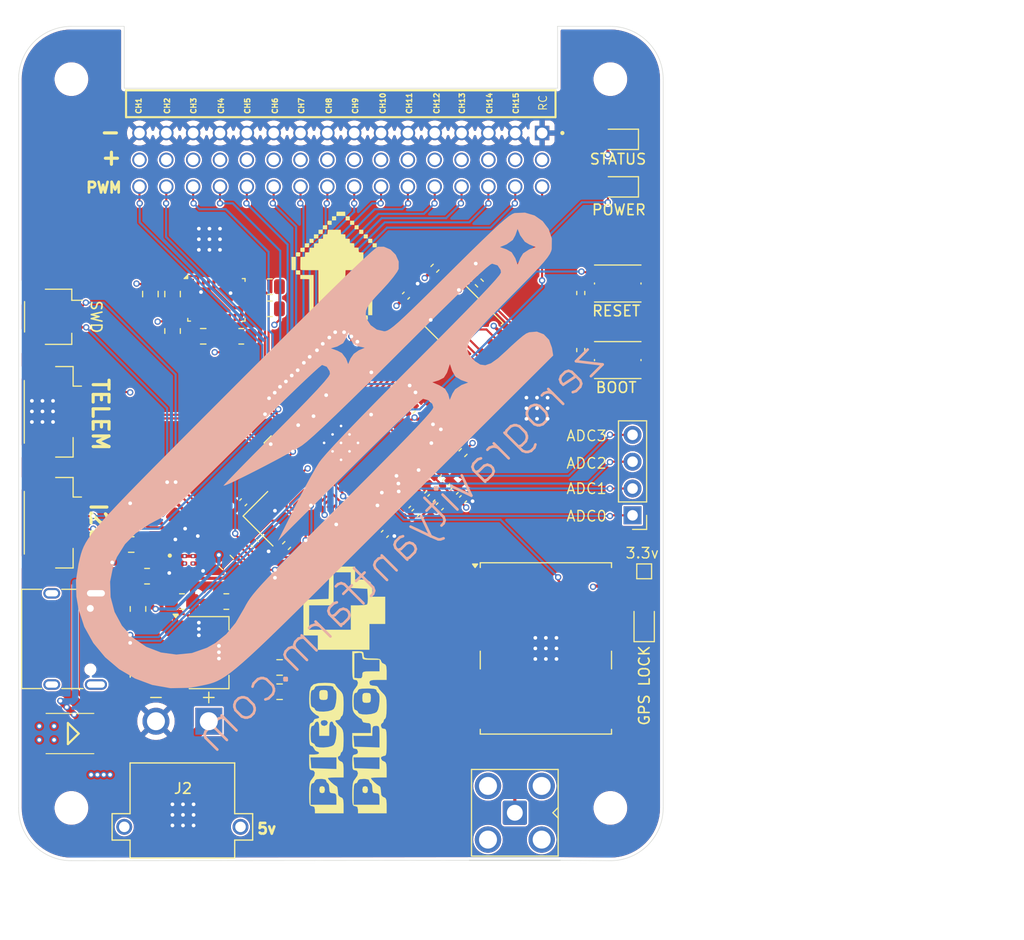
<source format=kicad_pcb>
(kicad_pcb (version 20240108) (generator "pcbnew") (generator_version "8.0")
  (title_block (title "RP2350B QFN-80 Minimal Design Example") (date "2024-07-04") (rev "REV3") (company "Raspberry Pi Ltd"))
  (layers (0 "F.Cu" signal "TopSignal") (1 "In1.Cu" power "+3V3") (2 "In2.Cu" power "GND") (31 "B.Cu" signal "BotSignal") (34 "B.Paste" user) (35 "F.Paste" user) (36 "B.SilkS" user "B.Silkscreen") (37 "F.SilkS" user "F.Silkscreen") (38 "B.Mask" user) (39 "F.Mask" user) (44 "Edge.Cuts" user))
  (net 0 "")
  (net 1 "GND")
  (net 2 "VBUS")
  (net 3 "/XIN")
  (net 4 "/XOUT")
  (net 5 "+3V3")
  (net 6 "+1V1")
  (net 7 "/~{USB_BOOT}")
  (net 8 "/GPIO15")
  (net 9 "/GPIO14")
  (net 10 "/GPIO13")
  (net 11 "/GPIO12")
  (net 12 "/GPIO11")
  (net 13 "/GPIO10")
  (net 14 "/GPIO9")
  (net 15 "/GPIO8")
  (net 16 "/GPIO7")
  (net 17 "/GPIO6")
  (net 18 "/GPIO5")
  (net 19 "/GPIO4")
  (net 20 "/GPIO3")
  (net 21 "/GPIO2")
  (net 22 "/GPIO1")
  (net 23 "/GPIO0")
  (net 24 "/GPIO25")
  (net 25 "/GPIO24")
  (net 26 "/GPIO23")
  (net 27 "/GPIO22")
  (net 28 "/GPIO21")
  (net 29 "/GPIO20")
  (net 30 "/GPIO19")
  (net 31 "/GPIO18")
  (net 32 "/RUN")
  (net 33 "/SWD")
  (net 34 "/SWCLK")
  (net 35 "/QSPI_SS")
  (net 36 "/QSPI_SD3")
  (net 37 "/QSPI_SCLK")
  (net 38 "/QSPI_SD0")
  (net 39 "/QSPI_SD2")
  (net 40 "/QSPI_SD1")
  (net 41 "/USB_D+")
  (net 42 "/USB_D-")
  (net 43 "/VREG_LX")
  (net 44 "Net-(C4-Pad1)")
  (net 45 "/GPIO47_ADC7")
  (net 46 "/GPIO46_ADC6")
  (net 47 "/GPIO45_ADC5")
  (net 48 "/GPIO44_ADC4")
  (net 49 "/GPIO43_ADC3")
  (net 50 "/GPIO42_ADC2")
  (net 51 "/GPIO41_ADC1")
  (net 52 "/GPIO40_ADC0")
  (net 53 "/GPIO39")
  (net 54 "/GPIO38")
  (net 55 "/GPIO37")
  (net 56 "/GPIO36")
  (net 57 "/GPIO35")
  (net 58 "/GPIO34")
  (net 59 "/GPIO33")
  (net 60 "/GPIO32")
  (net 61 "/GPIO31")
  (net 62 "/GPIO30")
  (net 63 "Net-(R4-Pad1)")
  (net 64 "Net-(U1-USB_DP)")
  (net 65 "/GPIO29")
  (net 66 "/GPIO28")
  (net 67 "/GPIO27")
  (net 68 "/GPIO26")
  (net 69 "/FLASH_SS")
  (net 70 "/VREG_AVDD")
  (net 71 "Net-(U1-USB_DM)")
  (net 73 "Net-(J1-CC1)")
  (net 75 "Net-(J1-CC2)")
  (net 86 "Net-(J8-In)")
  (net 92 "Net-(U5-GNDIO-Pad15)")
  (net 105 "Net-(U5-CAP)")
  (net 106 "Net-(U5-~{RESET})")
  (net 107 "Net-(U5-~{BOOT_LOAD_PIN})")
  (net 108 "SDL")
  (net 109 "SDA")
  (net 110 "VOUT")
  (net 111 "Net-(D3-A)")
  (net 112 "USBV")
  (net 113 "Net-(U6-SS)")
  (net 114 "Net-(U6-ILIM)")
  (net 115 "Net-(U6-OV2)")
  (net 116 "Net-(U6-OV1)")
  (net 117 "Net-(D4-PadC)")
  (footprint "RP2350_80QFN_minimal:RP2350-QFN-80-1EP_10x10_P0.4mm_EP3.4x3.4mm_ThermalVias" (layer "F.Cu") (at 149.454859 88.279556 -45)
    (property "Reference" "U1" (hide yes))
    (property "Value" "RP2350_80QFN")
  )
  (footprint "RF_GPS:ublox_NEO" (layer "F.Cu") (at 168.84 107.74)
    (property "Reference" "U4" (hide yes))
    (property "Value" "NEO-M9N")
  )
  (footprint "Button_Switch_SMD:SW_Push_1P1T_NO_Vertical_Wuerth_434133025816" (layer "F.Cu") (at 175.64 80.44 180)
    (property "Reference" "BOOT")
    (property "Value" "SW_Push")
  )
  (footprint "Resistor_SMD:R_0402_1005Metric" (layer "F.Cu") (at 161 89.2 -135)
    (property "Reference" "R3" (hide yes))
    (property "Value" "33")
  )
  (footprint "Resistor_SMD:R_0805_2012Metric" (layer "F.Cu") (at 133.5125 77.6875 -90)
    (property "Reference" "R11" (hide yes))
    (property "Value" "10k")
  )
  (footprint "Resistor_SMD:R_0805_2012Metric" (layer "F.Cu") (at 142.7125 75.5875)
    (property "Reference" "R14" (hide yes))
    (property "Value" "4.7k")
  )
  (footprint "Capacitor_SMD:C_0402_1005Metric" (layer "F.Cu") (at 152.7 96.1 45)
    (property "Reference" "C10" (hide yes))
    (property "Value" "4.7u")
  )
  (footprint "Capacitor_SMD:C_0402_1005Metric" (layer "F.Cu") (at 153.6 96.9 45)
    (property "Reference" "C11" (hide yes))
    (property "Value" "100n")
  )
  (footprint "Connector_Molex:Molex_CLIK-Mate_502386-0470_1x04-1MP_P1.25mm_Horizontal" (layer "F.Cu") (at 122.19 95.84 -90)
    (property "Reference" "J6" (hide yes))
    (property "Value" "Conn_01x04_Pin")
  )
  (footprint "Connector_PinHeader_2.54mm:PinHeader_1x04_P2.54mm_Vertical" (layer "F.Cu") (at 177.04 95.14 180)
    (property "Reference" "J7" (hide yes))
    (property "Value" "Conn_01x04_Pin")
  )
  (footprint "Resistor_SMD:R_0402_1005Metric" (layer "F.Cu") (at 158.34 71.74 45)
    (property "Reference" "R1" (hide yes))
    (property "Value" "DNF")
  )
  (footprint "MountingHole:MountingHole_2.7mm_M2.5" (layer "F.Cu") (at 174.94 122.84)
    (property "Reference" "H2")
    (property "Value" "MountingHole")
  )
  (footprint "MountingHole:MountingHole_2.7mm_M2.5" (layer "F.Cu") (at 123.94 53.84)
    (property "Reference" "H4")
    (property "Value" "MountingHole")
  )
  (footprint "Capacitor_SMD:C_0402_1005Metric" (layer "F.Cu") (at 151.86 95.26 45)
    (property "Reference" "C8" (hide yes))
    (property "Value" "100n")
  )
  (footprint "LED_SMD:LED_0805_2012Metric_Pad1.15x1.40mm_HandSolder" (layer "F.Cu") (at 175.74 64.04 180)
    (property "Reference" "D1")
    (property "Value" "LED")
  )
  (footprint "Capacitor_SMD:C_0402_1005Metric" (layer "F.Cu") (at 155.600589 74.34 45)
    (property "Reference" "C2" (hide yes))
    (property "Value" "100n")
  )
  (footprint "Capacitor_SMD:C_0402_1005Metric" (layer "F.Cu") (at 140.2 93.9 -135)
    (property "Reference" "C3" (hide yes))
    (property "Value" "15p")
  )
  (footprint "Resistor_SMD:R_0805_2012Metric" (layer "F.Cu") (at 140.0125 78.1875 180)
    (property "Reference" "R15" (hide yes))
    (property "Value" "10k")
  )
  (footprint "XT30PW-M:AMASS_XT30PW-M" (layer "F.Cu") (at 134.44 124.63425 180)
    (property "Reference" "J2")
    (property "Value" "XT30PW-M")
  )
  (footprint "Button_Switch_SMD:SW_Push_1P1T_NO_Vertical_Wuerth_434133025816" (layer "F.Cu") (at 175.64 73.19 180)
    (property "Reference" "RESET")
    (property "Value" "SW_Push")
  )
  (footprint "Resistor_SMD:R_0805_2012Metric_Pad1.20x1.40mm_HandSolder" (layer "F.Cu") (at 138.6 99.6 135)
    (property "Reference" "R19" (hide yes))
    (property "Value" "23.7k")
  )
  (footprint "Resistor_SMD:R_0402_1005Metric" (layer "F.Cu") (at 162.54 73.14 135)
    (property "Reference" "R9" (hide yes))
    (property "Value" "DNF")
  )
  (footprint "Resistor_SMD:R_0805_2012Metric_Pad1.20x1.40mm_HandSolder" (layer "F.Cu") (at 130.24 104 -90)
    (property "Reference" "R5" (hide yes))
    (property "Value" "5.1k")
  )
  (footprint "Capacitor_SMD:C_0402_1005Metric" (layer "F.Cu") (at 158 93.5 45)
    (property "Reference" "C18" (hide yes))
    (property "Value" "100n")
  )
  (footprint "LED_SMD:LED_0805_2012Metric_Pad1.15x1.40mm_HandSolder" (layer "F.Cu") (at 175.74 59.54 180)
    (property "Reference" "D2" (hide yes))
    (property "Value" "LED")
  )
  (footprint "Capacitor_SMD:C_0805_2012Metric" (layer "F.Cu") (at 129.6 95.6 180)
    (property "Reference" "C25" (hide yes))
    (property "Value" "0.01u")
  )
  (footprint "Capacitor_SMD:C_0402_1005Metric" (layer "F.Cu") (at 158.6 91.2 45)
    (property "Reference" "C12" (hide yes))
    (property "Value" "100n")
  )
  (footprint "Resistor_SMD:R_0402_1005Metric" (layer "F.Cu") (at 156.1 85.1 -135)
    (property "Reference" "R8" (hide yes))
    (property "Value" "27")
  )
  (footprint "Package_TO_SOT_SMD:SOT-223-3_TabPin2" (layer "F.Cu") (at 136.94 108.14)
    (property "Reference" "U2" (hide yes))
    (property "Value" "NCP1117-3.3_SOT223")
  )
  (footprint "SS56:SMB" (layer "F.Cu") (at 123.8 115.8 180)
    (property "Reference" "D4" (hide yes))
    (property "Value" "SS56")
  )
  (footprint "Resistor_SMD:R_0805_2012Metric" (layer "F.Cu") (at 142.7125 73.4875)
    (property "Reference" "R13" (hide yes))
    (property "Value" "4.7k")
  )
  (footprint "Crystal:Crystal_SMD_3225-4Pin_3.2x2.5mm" (layer "F.Cu") (at 142.763223 95.461142 -45)
    (property "Reference" "Y1" (hide yes))
    (property "Value" "ABM8-272-T3")
  )
  (footprint "Resistor_SMD:R_0805_2012Metric_Pad1.20x1.40mm_HandSolder" (layer "F.Cu") (at 133 94.5 135)
    (property "Reference" "R16" (hide yes))
    (property "Value" "51.1k")
  )
  (footprint "TSW-116-08-G-T-RA:SAMTEC_TSW-116-08-G-T-RA" (layer "F.Cu") (at 149.43 56.17 180)
    (property "Reference" "J5" (hide yes))
    (property "Value" "TSW-116-08-G-T-RA")
  )
  (footprint "Resistor_SMD:R_0402_1005Metric" (layer "F.Cu") (at 172.14 74.09 90)
    (property "Reference" "R4" (hide yes))
    (property "Value" "1k")
  )
  (footprint "Connector_JST:JST_SH_SM03B-SRSS-TB_1x03-1MP_P1.00mm_Horizontal" (layer "F.Cu") (at 122.19 76.34 -90)
    (property "Reference" "J4" (hide yes))
    (property "Value" "SM03B-SRSS-TB")
  )
  (footprint "Capacitor_SMD:C_0402_1005Metric" (layer "F.Cu") (at 157.2 92.7 45)
    (property "Reference" "C17" (hide yes))
    (property "Value" "100n")
  )
  (footprint "RP2350_80QFN_minimal:L_pol_2016" (layer "F.Cu") (at 161.2 85.2 -45)
    (property "Reference" "L1" (hide yes))
    (property "Value" "3.3u")
  )
  (footprint "LOGO" (layer "F.Cu") (at 149.5 71.087175 90)
    (property "Reference" "G***" (hide yes))
    (property "Value" "LOGO" (hide yes))
  )
  (footprint "Capacitor_SMD:C_0805_2012Metric" (layer "F.Cu") (at 129.6 97.9)
    (property "Reference" "C1" (hide yes))
    (property "Value" "10u")
  )
  (footprint "MountingHole:MountingHole_2.7mm_M2.5" (layer "F.Cu") (at 123.94 122.84)
    (property "Reference" "H1")
    (property "Value" "MountingHole")
  )
  (footprint "Resistor_SMD:R_0402_1005Metric" (layer "F.Cu") (at 144.3 98 -135)
    (property "Reference" "R2" (hide yes))
    (property "Value" "1k")
  )
  (footprint "Resistor_SMD:R_0805_2012Metric_Pad1.20x1.40mm_HandSolder" (layer "F.Cu") (at 130.24 110.24 90)
    (property "Reference" "R12" (hide yes))
    (property "Value" "5.1k")
  )
  (footprint "Connector_Coaxial:SMA_Amphenol_901-143_Horizontal" (layer "F.Cu") (at 165.9 123.3 180)
    (property "Reference" "J8" (hide yes))
    (property "Value" "Conn_Coaxial_Small")
    (fp_line (start 4.3 -4.5) (end -4.3 -4.5) (stroke (width 0.1)) (layer "Edge.Cuts"))
  )
  (footprint "Capacitor_SMD:C_0402_1005Metric" (layer "F.Cu") (at 161 93.6 45)
    (property "Reference" "C16" (hide yes))
    (property "Value" "100n")
  )
  (footprint "RP2350_80QFN_minimal:C_0402_1005Metric_small_pads" (layer "F.Cu") (at 159.6 86.3 -45)
    (property "Reference" "C7" (hide yes))
    (property "Value" "4.7u")
  )
  (footprint "RP2350_80QFN_minimal:C_0402_1005Metric_small_pads" (layer "F.Cu") (at 157.6 85.2 45)
    (property "Reference" "C6" (hide yes))
    (property "Value" "4.7u")
  )
  (footprint "TPS2121RUXR:IC_TPS2121RUXR" (layer "F.Cu") (at 135.05 99.35)
    (property "Reference" "U6" (hide yes))
    (property "Value" "TPS2121RUXR")
  )
  (footprint "Package_SO:SOIC-8_5.23x5.23mm_P1.27mm" (layer "F.Cu") (at 160.94 76.94 -45)
    (property "Reference" "U3" (hide yes))
    (property "Value" "W25Q128JVS")
  )
  (footprint "Connector_Molex:Molex_CLIK-Mate_502386-0470_1x04-1MP_P1.25mm_Horizontal" (layer "F.Cu") (at 122.19 85.34 -90)
    (property "Reference" "J3" (hide yes))
    (property "Value" "Conn_01x04_Pin")
  )
  (footprint "Capacitor_SMD:C_0805_2012Metric" (layer "F.Cu") (at 133.5125 74.1875 90)
    (property "Reference" "C23" (hide yes))
    (property "Value" "120nF")
  )
  (footprint "Capacitor_SMD:C_0402_1005Metric" (layer "F.Cu") (at 156.5 94.9 45)
    (property "Reference" "C15" (hide yes))
    (property "Value" "100n")
  )
  (footprint "Resistor_SMD:R_0805_2012Metric_Pad1.20x1.40mm_HandSolder" (layer "F.Cu") (at 131.1 100.9)
    (property "Reference" "R17" (hide yes))
    (property "Value" "23.7k")
  )
  (footprint "Capacitor_SMD:C_0805_2012Metric" (layer "F.Cu") (at 143.64 109.54)
    (property "Reference" "C5" (hide yes))
    (property "Value" "10u")
  )
  (footprint "Capacitor_SMD:C_0805_2012Metric" (layer "F.Cu") (at 136.4125 78.1875 180)
    (property "Reference" "C22" (hide yes))
    (property "Value" "100nF")
  )
  (footprint "Capacitor_SMD:C_0402_1005Metric" (layer "F.Cu") (at 160 88.3 45)
    (property "Reference" "C9" (hide yes))
    (property "Value" "4.7u")
  )
  (footprint "Resistor_SMD:R_0402_1005Metric" (layer "F.Cu") (at 155.3 84.3 -135)
    (property "Reference" "R7" (hide yes))
    (property "Value" "27")
  )
  (footprint "Resistor_SMD:R_0805_2012Metric_Pad1.20x1.40mm_HandSolder" (layer "F.Cu") (at 138.6 103.3)
    (property "Reference" "R20" (hide yes))
    (property "Value" "5k")
  )
  (footprint "Capacitor_SMD:C_0805_2012Metric" (layer "F.Cu") (at 143.64 111.84)
    (property "Reference" "C19" (hide yes))
    (property "Value" "10u")
  )
  (footprint "Capacitor_SMD:C_0402_1005Metric" (layer "F.Cu") (at 159.4 92 45)
    (property "Reference" "C13" (hide yes))
    (property "Value" "100n")
  )
  (footprint "Package_LGA:LGA-28_5.2x3.8mm_P0.5mm" (layer "F.Cu") (at 137.6625 74.7375)
    (property "Reference" "U5" (hide yes))
    (property "Value" "BNO055")
  )
  (footprint "Resistor_SMD:R_0402_1005Metric" (layer "F.Cu") (at 172.14 79.49 90)
    (property "Reference" "R6" (hide yes))
    (property "Value" "1k")
  )
  (footprint "MountingHole:MountingHole_2.7mm_M2.5" (layer "F.Cu") (at 174.94 53.84)
    (property "Reference" "H3")
    (property "Value" "MountingHole")
  )
  (footprint "TestPoint:TestPoint_Pad_1.0x1.0mm" (layer "F.Cu") (at 178.14 100.44)
    (property "Reference" "TP1" (hide yes))
    (property "Value" "TestPoint")
  )
  (footprint "Capacitor_SMD:C_0402_1005Metric" (layer "F.Cu") (at 160.2 92.8 45)
    (property "Reference" "C14" (hide yes))
    (property "Value" "100n")
  )
  (footprint "Capacitor_SMD:C_0402_1005Metric" (layer "F.Cu") (at 141.3 97.8 -45)
    (property "Reference" "C4" (hide yes))
    (property "Value" "15p")
  )
  (footprint "LOGO" (layer "F.Cu") (at 151.6 109.5 90)
    (property "Reference" "G***" (hide yes))
    (property "Value" "LOGO" (hide yes))
  )
  (footprint "Connector_USB:USB_C_Receptacle_HRO_TYPE-C-31-M-12" (layer "F.Cu") (at 123.13 106.84 -90)
    (property "Reference" "J1" (hide yes))
    (property "Value" "USB_C_Receptacle_USB2.0_14P")
  )
  (footprint "Capacitor_SMD:C_0805_2012Metric" (layer "F.Cu") (at 131.4125 74.1875 90)
    (property "Reference" "C24" (hide yes))
    (property "Value" "6.8nF")
  )
  (footprint "Capacitor_SMD:C_0402_1005Metric" (layer "F.Cu") (at 155.7 94.1 45)
    (property "Reference" "C21" (hide yes))
    (property "Value" "100n")
  )
  (footprint "Resistor_SMD:R_0805_2012Metric_Pad1.20x1.40mm_HandSolder" (layer "F.Cu") (at 134.4 103.3 180)
    (property "Reference" "R18" (hide yes))
    (property "Value" "5k")
  )
  (footprint "LED_SMD:LED_0805_2012Metric_Pad1.15x1.40mm_HandSolder" (layer "F.Cu") (at 178.14 105.24 90)
    (property "Reference" "D3" (hide yes))
    (property "Value" "LED")
  )
  (footprint "Capacitor_SMD:C_0402_1005Metric" (layer "F.Cu") (at 158.8 94.3 45)
    (property "Reference" "C20" (hide yes))
    (property "Value" "100n")
  )
  (footprint "Resistor_SMD:R_0402_1005Metric" (layer "F.Cu") (at 161.04 71.64 135)
    (property "Reference" "R10" (hide yes))
    (property "Value" "0")
  )
  (footprint "LOGO" (layer "B.Cu") (at 146.9 89 90)
    (property "Reference" "G***")
    (property "Value" "LOGO" (hide yes))
  )
  (gr_line (start 128.94 48.84) (end 123.94 48.84) (stroke (width 0.05)) (layer "Edge.Cuts"))
  (gr_arc (start 174.94 48.84) (mid 178.475534 50.304466) (end 179.94 53.84) (stroke (width 0.05)) (layer "Edge.Cuts"))
  (gr_arc (start 123.94 127.84) (mid 120.404466 126.375534) (end 118.94 122.84) (stroke (width 0.05)) (layer "Edge.Cuts"))
  (gr_line (start 128.94 54.7) (end 128.94 48.84) (stroke (width 0.05)) (layer "Edge.Cuts"))
  (gr_line (start 128.94 54.7) (end 169.94 54.7) (stroke (width 0.05)) (layer "Edge.Cuts"))
  (gr_line (start 169.94 54.7) (end 169.94 48.84) (stroke (width 0.05)) (layer "Edge.Cuts"))
  (gr_line (start 169.94 48.84) (end 174.94 48.84) (stroke (width 0.05)) (layer "Edge.Cuts"))
  (gr_line (start 161.6 127.8) (end 123.94 127.84) (stroke (width 0.05)) (layer "Edge.Cuts"))
  (gr_arc (start 179.94 122.84) (mid 178.475534 126.375534) (end 174.94 127.84) (stroke (width 0.05)) (layer "Edge.Cuts"))
  (gr_line (start 179.94 53.84) (end 179.94 122.84) (stroke (width 0.05)) (layer "Edge.Cuts"))
  (gr_line (start 118.94 53.84) (end 118.94 122.84) (stroke (width 0.05)) (layer "Edge.Cuts"))
  (gr_arc (start 118.94 53.84) (mid 120.404466 50.304466) (end 123.94 48.84) (stroke (width 0.05)) (layer "Edge.Cuts"))
  (gr_line (start 170.2 127.8) (end 174.94 127.84) (stroke (width 0.05)) (layer "Edge.Cuts"))
  (gr_text "zerogravityantfarm.com" (at 174.9 80.7 45) (layer "B.SilkS") (effects (font (size 3 3) (thickness 0.25) (bold yes)) (justify left bottom mirror)))
  (gr_text "CH11\n" (at 156.2 57.2 90) (layer "F.SilkS") (effects (font (size 0.5 0.5) (thickness 0.125)) (justify left bottom)))
  (gr_text "CH12\n" (at 158.8 57.2 90) (layer "F.SilkS") (effects (font (size 0.5 0.5) (thickness 0.125)) (justify left bottom)))
  (gr_text "POWER\n" (at 173.1 66.8 0) (layer "F.SilkS") (effects (font (size 1 1)) (justify left bottom)))
  (gr_text "CH9\n" (at 151.1 57.2 90) (layer "F.SilkS") (effects (font (size 0.5 0.5) (thickness 0.125)) (justify left bottom)))
  (gr_text "SWD\n" (at 125.7 74.7 -90) (layer "F.SilkS") (effects (font (size 1 1)) (justify left bottom)))
  (gr_text "CH7\n" (at 146 57.2 90) (layer "F.SilkS") (effects (font (size 0.5 0.5) (thickness 0.125)) (justify left bottom)))
  (gr_text "TELEM" (at 125.8 82 270) (layer "F.SilkS") (effects (font (size 1.5 1.5) (thickness 0.3) (bold yes)) (justify left bottom)))
  (gr_text "-" (at 126.5 59.7 0) (layer "F.SilkS") (effects (font (size 1.5 1.5) (thickness 0.3) (bold yes)) (justify left bottom)))
  (gr_text "ADC0" (at 170.7 95.8 0) (layer "F.SilkS") (effects (font (size 1 1) (thickness 0.125)) (justify left bottom)))
  (gr_text "+" (at 126.6 62.1 0) (layer "F.SilkS") (effects (font (size 1.5 1.5) (thickness 0.3) (bold yes)) (justify left bottom)))
  (gr_text "ADC2" (at 170.7 90.8 0) (layer "F.SilkS") (effects (font (size 1 1) (thickness 0.125)) (justify left bottom)))
  (gr_text "ADC1" (at 170.7 93.2 0) (layer "F.SilkS") (effects (font (size 1 1) (thickness 0.125)) (justify left bottom)))
  (gr_text "PWM" (at 125.2 64.7 0) (layer "F.SilkS") (effects (font (size 1 1) (thickness 0.25) (bold yes)) (justify left bottom)))
  (gr_text "CH3\n\n" (at 136.6 57.2 90) (layer "F.SilkS") (effects (font (size 0.5 0.5) (thickness 0.125)) (justify left bottom)))
  (gr_text "I2C\n" (at 125.6 93.8 -90) (layer "F.SilkS") (effects (font (size 1.5 1.5) (thickness 0.3) (bold yes)) (justify left bottom)))
  (gr_text "CH8\n" (at 148.6 57.2 90) (layer "F.SilkS") (effects (font (size 0.5 0.5) (thickness 0.125)) (justify left bottom)))
  (gr_text "CH13\n" (at 161.2 57.2 90) (layer "F.SilkS") (effects (font (size 0.5 0.5) (thickness 0.125)) (justify left bottom)))
  (gr_text "RC" (at 169 56.9 90) (layer "F.SilkS") (effects (font (size 0.75 0.75) (thickness 0.09375)) (justify left bottom)))
  (gr_text "CH5\n\n" (at 141.7 57.2 90) (layer "F.SilkS") (effects (font (size 0.5 0.5) (thickness 0.125)) (justify left bottom)))
  (gr_text "CH4\n" (at 138.4 57.2 90) (layer "F.SilkS") (effects (font (size 0.5 0.5) (thickness 0.125)) (justify left bottom)))
  (gr_text "CH15\n" (at 166.3 57.2 90) (layer "F.SilkS") (effects (font (size 0.5 0.5) (thickness 0.125)) (justify left bottom)))
  (gr_text "ADC3" (at 170.7 88.2 0) (layer "F.SilkS") (effects (font (size 1 1) (thickness 0.125)) (justify left bottom)))
  (gr_text "STATUS\n" (at 172.9 62 0) (layer "F.SilkS") (effects (font (size 1 1)) (justify left bottom)))
  (gr_text "CH2\n\n" (at 134.1 57.2 90) (layer "F.SilkS") (effects (font (size 0.5 0.5) (thickness 0.125)) (justify left bottom)))
  (gr_text "CH14\n" (at 163.8 57.2 90) (layer "F.SilkS") (effects (font (size 0.5 0.5) (thickness 0.125)) (justify left bottom)))
  (gr_text "GPS LOCK\n" (at 178.74 115.14 90) (layer "F.SilkS") (effects (font (size 1 1)) (justify left bottom)))
  (gr_text "CH6\n" (at 143.5 57.2 90) (layer "F.SilkS") (effects (font (size 0.5 0.5) (thickness 0.125)) (justify left bottom)))
  (gr_text "CH1\n" (at 130.6 57.2 90) (layer "F.SilkS") (effects (font (size 0.5 0.5) (thickness 0.125)) (justify left bottom)))
  (gr_text "CH10\n" (at 153.7 57.2 90) (layer "F.SilkS") (effects (font (size 0.5 0.5) (thickness 0.125)) (justify left bottom)))
  (gr_text "5v" (at 141.4 125.4 0) (layer "F.SilkS") (effects (font (size 1 1) (thickness 0.25) (bold yes)) (justify left bottom)))
  (gr_text "3.3v" (at 176.3 99.3 0) (layer "F.SilkS") (effects (font (size 1 1) (thickness 0.125)) (justify left bottom)))
  (segment (start 140.05 74.9875) (end 140.05 74.4875) (width 0.2) (layer "F.Cu") (net 1))
  (segment (start 135.7 73.9875) (end 136.1875 73.9875) (width 0.2) (layer "F.Cu") (net 1))
  (segment (start 161.360589 93.260589) (end 161.9 93.8) (width 0.2) (layer "F.Cu") (net 1))
  (segment (start 135.4125 75.625) (end 135.275 75.4875) (width 0.2) (layer "F.Cu") (net 1))
  (segment (start 160.539411 92.460589) (end 161.339411 93.260589) (width 0.2) (layer "F.Cu") (net 1))
  (segment (start 134.7 96.2) (end 134.7 96.4) (width 0.3) (layer "F.Cu") (net 1))
  (segment (start 135.8 100.5) (end 136.3 100.5) (width 0.3) (layer "F.Cu") (net 1))
  (segment (start 140.05 74.4875) (end 139.3875 74.4875) (width 0.2) (layer "F.Cu") (net 1))
  (segment (start 137.4125 76.4) (end 137.4125 75.8625) (width 0.2) (layer "F.Cu") (net 1))
  (segment (start 157.539411 92.360589) (end 157.539411 91.59605) (width 0.2) (layer "F.Cu") (net 1))
  (segment (start 158.339411 93.160589) (end 159.139411 93.960589) (width 0.2) (layer "F.Cu") (net 1))
  (segment (start 159.96416 87.585338) (end 160.339411 87.960589) (width 0.2) (layer "F.Cu") (net 1))
  (segment (start 141.640589 98.140589) (end 141.640589 98.139411) (width 0.2) (layer "F.Cu") (net 1))
  (segment (start 135.4125 76.4) (end 135.4125 78.1375) (width 0.2) (layer "F.Cu") (net 1))
  (segment (start 127.765 103) (end 130.24 103) (width 0.3) (layer "F.Cu") (net 1))
  (segment (start 135.4125 78.1375) (end 135.4625 78.1875) (width 0.2) (layer "F.Cu") (net 1))
  (segment (start 156.039411 93.760589) (end 156.039411 93.068629) (width 0.2) (layer "F.Cu") (net 1))
  (segment (start 131.4125 75.1375) (end 133.5125 75.1375) (width 0.2) (layer "F.Cu") (net 1))
  (segment (start 156.039411 93.760589) (end 156.839411 94.560589) (width 0.2) (layer "F.Cu") (net 1))
  (segment (start 136.1875 73.9875) (end 136.2 74) (width 0.2) (layer "F.Cu") (net 1))
  (segment (start 135.275 75.4875) (end 135.8125 75.4875) (width 0.2) (layer "F.Cu") (net 1))
  (segment (start 156.039411 93.068629) (end 156.747451 92.360589) (width 0.2) (layer "F.Cu") (net 1))
  (segment (start 127.175 110.09) (end 127.79 110.09) (width 0.3) (layer "F.Cu") (net 1))
  (segment (start 142.586446 94.082284) (end 142.586446 94.086446) (width 0.2) (layer "F.Cu") (net 1))
  (segment (start 134.3 100.5) (end 133.3 100.5) (width 0.3) (layer "F.Cu") (net 1))
  (segment (start 133.85 105.9) (end 133.79 105.84) (width 1) (layer "F.Cu") (net 1))
  (segment (start 159.96416 86.66416) (end 159.96416 87.585338) (width 0.2) (layer "F.Cu") (net 1))
  (segment (start 127.175 103.59) (end 127.765 103) (width 0.3) (layer "F.Cu") (net 1))
  (segment (start 155.32137 87.221371) (end 155.32137 87.17863) (width 0.2) (layer "F.Cu") (net 1))
  (segment (start 142.6 98.55) (end 142.05 98.55) (width 0.2) (layer "F.Cu") (net 1))
  (segment (start 135.275 73.9875) (end 135.7 73.9875) (width 0.2) (layer "F.Cu") (net 1))
  (segment (start 136 105.3) (end 136 106.5) (width 1) (layer "F.Cu") (net 1))
  (segment (start 157.539411 91.59605) (end 156.793361 90.85) (width 0.2) (layer "F.Cu") (net 1))
  (segment (start 153.960589 96.560589) (end 153.939411 96.560589) (width 0.3) (layer "F.Cu") (net 1))
  (segment (start 139.3875 74.4875) (end 139 74.1) (width 0.2) (layer "F.Cu") (net 1))
  (segment (start 133.3 100.5) (end 133.2 100.6) (width 0.3) (layer "F.Cu") (net 1))
  (segment (start 136 105.9) (end 133.85 105.9) (width 1) (layer "F.Cu") (net 1))
  (segment (start 154.5 97.1) (end 153.960589 96.560589) (width 0.3) (layer "F.Cu") (net 1))
  (segment (start 153.039411 95.760589) (end 152.199411 94.920589) (width 0.3) (layer "F.Cu") (net 1))
  (segment (start 155.32137 87.17863) (end 155.725456 86.774544) (width 0.2) (layer "F.Cu") (net 1))
  (segment (start 136.3 100.5) (end 136.4 100.4) (width 0.3) (layer "F.Cu") (net 1))
  (segment (start 153.839411 96.560589) (end 153.039411 95.760589) (width 0.3) (layer "F.Cu") (net 1))
  (segment (start 153.939411 96.560589) (end 153.839411 96.560589) (width 0.3) (layer "F.Cu") (net 1))
  (segment (start 135.8 97.2) (end 135.8 98.2) (width 0.3) (layer "F.Cu") (net 1))
  (segment (start 142.05 98.55) (end 141.640589 98.140589) (width 0.2) (layer "F.Cu") (net 1))
  (segment (start 137.175 75.625) (end 135.4125 75.625) (width 0.2) (layer "F.Cu") (net 1))
  (segment (start 157.96416 84.83584) (end 158.16416 84.83584) (width 0.2) (layer "F.Cu") (net 1))
  (segment (start 144.59 109.54) (end 144.59 111.84) (width 0.4) (layer "F.Cu") (net 1))
  (segment (start 157.903274 86.774544) (end 158.154779 86.523039) (width 0.2) (layer "F.Cu") (net 1))
  (segment (start 158.339411 93.160589) (end 157.539411 92.360589) (width 0.2) (layer "F.Cu") (net 1))
  (segment (start 141.640589 98.139411) (end 142.94 96.84) (width 0.2) (layer "F.Cu") (net 1))
  (segment (start 160.539411 92.460589) (end 159.739411 91.660589) (width 0.2) (layer "F.Cu") (net 1))
  (segment (start 158.939411 90.860589) (end 159.739411 91.660589) (width 0.2) (layer "F.Cu") (net 1))
  (segment (start 135.9 97.1) (end 135.8 97.2) (width 0.3) (layer "F.Cu") (net 1))
  (segment (start 137.4125 75.8625) (end 137.175 75.625) (width 0.2) (layer "F.Cu") (net 1))
  (segment (start 130.24 111.24) (end 130.24 111.16) (width 0.3) (layer "F.Cu") (net 1))
  (segment (start 135.8125 75.4875) (end 135.8625 75.4375) (width 0.2) (layer "F.Cu") (net 1))
  (segment (start 178.14 106.265) (end 178.135 106.265) (width 0.2) (layer "F.Cu") (net 1))
  (segment (start 135.8625 75.4375) (end 135.8625 74.15) (width 0.2) (layer "F.Cu") (net 1))
  (segment (start 135.8625 74.15) (end 135.7 73.9875) (width 0.2) (layer "F.Cu") (net 1))
  (segment (start 155.94 74.000589) (end 155.999411 74.000589) (width 0.3) (layer "F.Cu") (net 1))
  (segment (start 161.339411 93.260589) (end 161.360589 93.260589) (width 0.2) (layer "F.Cu") (net 1))
  (segment (start 157.047377 75.741454) (end 157.941975 76.636052) (width 0.3) (layer "F.Cu") (net 1))
  (segment (start 134.3 97.94853) (end 134.3 98.2) (width 0.3) (layer "F.Cu") (net 1))
  (segment (start 133.775735 97.424265) (end 134.3 97.94853) (width 0.3) (layer "F.Cu") (net 1))
  (segment (start 142.586446 94.086446) (end 143.2 94.7) (width 0.2) (layer "F.Cu") (net 1))
  (segment (start 155.725456 86.774544) (end 157.903274 86.774544) (width 0.2) (layer "F.Cu") (net 1))
  (segment (start 137.6 103.3) (end 135.4 103.3) (width 0.3) (layer "F.Cu") (net 1))
  (segment (start 135.4125 76.4) (end 135.4125 75.625) (width 0.2) (layer "F.Cu") (net 1))
  (segment (start 133.707107 95.207107) (end 134.7 96.2) (width 0.3) (layer "F.Cu") (net 1))
  (segment (start 156.747451 92.360589) (end 157.539411 92.360589) (width 0.2) (layer "F.Cu") (net 1))
  (via (at 136.4 100.4) (size 0.6) (drill 0.35) (layers "F.Cu" "B.Cu") (net 1))
  (via (at 139 74.1) (size 0.6) (drill 0.35) (layers "F.Cu" "B.Cu") (net 1))
  (via (at 136 70) (size 0.6) (drill 0.35) (layers "F.Cu" "B.Cu") (net 1))
  (via (at 138 70) (size 0.6) (drill 0.35) (layers "F.Cu" "B.Cu") (net 1))
  (via (at 135.5 122.5) (size 0.6) (drill 0.35) (layers "F.Cu" "B.Cu") (net 1))
  (via (at 168.84 106.74) (size 0.6) (drill 0.35) (layers "F.Cu" "B.Cu") (net 1))
  (via (at 135.5 124.5) (size 0.6) (drill 0.35) (layers "F.Cu" "B.Cu") (net 1))
  (via (at 136 68) (size 0.6) (drill 0.35) (layers "F.Cu" "B.Cu") (net 1))
  (via (at 158.154779 86.523039) (size 0.6) (drill 0.35) (layers "F.Cu" "B.Cu") (net 1))
  (via (at 121.2 86.3) (size 0.6) (drill 0.35) (layers "F.Cu" "B.Cu") (net 1))
  (via (at 121.2 84.3) (size 0.6) (drill 0.35) (layers "F.Cu" "B.Cu") (net 1))
  (via (at 168 86) (size 0.6) (drill 0.35) (layers "F.Cu" "B.Cu") (net 1))
  (via (at 169.84 108.74) (size 0.6) (drill 0.35) (layers "F.Cu" "B.Cu") (net 1))
  (via (at 154.5 97.1) (size 0.6) (drill 0.35) (layers "F.Cu" "B.Cu") (net 1))
  (via (at 143.2 94.7) (size 0.6) (drill 0.35) (layers "F.Cu" "B.Cu") (net 1))
  (via (at 120.2 84.3) (size 0.6) (drill 0.35) (layers "F.Cu" "B.Cu") (net 1))
  (via (at 142.6 98.55) (size 0.6) (drill 0.35) (layers "F.Cu" "B.Cu") (net 1))
  (via (at 169.84 107.74) (size 0.6) (drill 0.35) (layers "F.Cu" "B.Cu") (net 1))
  (via (at 156.7 73.2) (size 0.6) (drill 0.35) (layers "F.Cu" "B.Cu") (net 1))
  (via (at 134.5 124.5) (size 0.6) (drill 0.35) (layers "F.Cu" "B.Cu") (net 1))
  (via (at 169 84) (size 0.6) (drill 0.35) (layers "F.Cu" "B.Cu") (net 1))
  (via (at 168.84 107.74) (size 0.6) (drill 0.35) (layers "F.Cu" "B.Cu") (net 1))
  (via (at 161.9 93.8) (size 0.6) (drill 0.35) (layers "F.Cu" "B.Cu") (net 1))
  (via (at 138 68) (size 0.6) (drill 0.35) (layers "F.Cu" "B.Cu") (net 1))
  (via (at 136 69) (size 0.6) (drill 0.35) (layers "F.Cu" "B.Cu") (net 1))
  (via (at 133.2 100.6) (size 0.6) (drill 0.35) (layers "F.Cu" "B.Cu") (net 1))
  (via (at 133.5 122.5) (size 0.6) (drill 0.35) (layers "F.Cu" "B.Cu") (net 1))
  (via (at 169 85) (size 0.6) (drill 0.35) (layers "F.Cu" "B.Cu") (net 1))
  (via (at 168.84 108.74) (size 0.6) (drill 0.35) (layers "F.Cu" "B.Cu") (net 1))
  (via (at 168 84) (size 0.6) (drill 0.35) (layers "F.Cu" "B.Cu") (net 1))
  (via (at 120.2 86.3) (size 0.6) (drill 0.35) (layers "F.Cu" "B.Cu") (net 1))
  (via (at 122.2 84.3) (size 0.6) (drill 0.35) (layers "F.Cu" "B.Cu") (net 1))
  (via (at 136 105.3) (size 0.6) (drill 0.35) (layers "F.Cu" "B.Cu") (net 1))
  (via (at 167.84 106.74) (size 0.6) (drill 0.35) (layers "F.Cu" "B.Cu") (net 1))
  (via (at 138 69) (size 0.6) (drill 0.35) (layers "F.Cu" "B.Cu") (net 1))
  (via (at 134.7 96.4) (size 0.6) (drill 0.35) (layers "F.Cu" "B.Cu") (net 1))
  (via (at 137 70) (size 0.6) (drill 0.35) (layers "F.Cu" "B.Cu") (net 1))
  (via (at 135.9 97.1) (size 0.6) (drill 0.35) (layers "F.Cu" "B.Cu") (net 1))
  (via (at 135.5 123.5) (size 0.6) (drill 0.35) (layers "F.Cu" "B.Cu") (net 1))
  (via (at 134.5 123.5) (size 0.6) (drill 0.35) (layers "F.Cu" "B.Cu") (net 1))
  (via (at 156.793361 90.85) (size 0.6) (drill 0.35) (layers "F.Cu" "B.Cu") (net 1))
  (via (at 136 105.9) (size 0.6) (drill 0.35) (layers "F.Cu" "B.Cu") (net 1))
  (via (at 137 68) (size 0.6) (drill 0.35) (layers "F.Cu" "B.Cu") (net 1))
  (via (at 122.2 85.3) (size 0.6) (drill 0.35) (layers "F.Cu" "B.Cu") (net 1))
  (via (at 122.2 86.3) (size 0.6) (drill 0.35) (layers "F.Cu" "B.Cu") (net 1))
  (via (at 133.5 123.5) (size 0.6) (drill 0.35) (layers "F.Cu" "B.Cu") (net 1))
  (via (at 136 106.5) (size 0.6) (drill 0.35) (layers "F.Cu" "B.Cu") (net 1))
  (via (at 167.84 108.74) (size 0.6) (drill 0.35) (layers "F.Cu" "B.Cu") (net 1))
  (via (at 133.775735 97.424265) (size 0.6) (drill 0.35) (layers "F.Cu" "B.Cu") (net 1))
  (via (at 169.84 106.74) (size 0.6) (drill 0.35) (layers "F.Cu" "B.Cu") (net 1))
  (via (at 137 69) (size 0.6) (drill 0.35) (layers "F.Cu" "B.Cu") (net 1))
  (via (at 167 85) (size 0.6) (drill 0.35) (layers "F.Cu" "B.Cu") (net 1))
  (via (at 133.5 124.5) (size 0.6) (drill 0.35) (layers "F.Cu" "B.Cu") (net 1))
  (via (at 134.5 122.5) (size 0.6) (drill 0.35) (layers "F.Cu" "B.Cu") (net 1))
  (via (at 120.2 85.3) (size 0.6) (drill 0.35) (layers "F.Cu" "B.Cu") (net 1))
  (via (at 169 86) (size 0.6) (drill 0.35) (layers "F.Cu" "B.Cu") (net 1))
  (via (at 136.2 74) (size 0.6) (drill 0.35) (layers "F.Cu" "B.Cu") (net 1))
  (via (at 167 86) (size 0.6) (drill 0.35) (layers "F.Cu" "B.Cu") (net 1))
  (via (at 168 85) (size 0.6) (drill 0.35) (layers "F.Cu" "B.Cu") (net 1))
  (via (at 167 84) (size 0.6) (drill 0.35) (layers "F.Cu" "B.Cu") (net 1))
  (via (at 167.84 107.74) (size 0.6) (drill 0.35) (layers "F.Cu" "B.Cu") (net 1))
  (via (at 157.941975 76.636052) (size 0.6) (drill 0.35) (layers "F.Cu" "B.Cu") (net 1))
  (via (at 121.2 85.3) (size 0.6) (drill 0.35) (layers "F.Cu" "B.Cu") (net 1))
  (segment (start 127 119.7) (end 127.6 119.7) (width 1) (layer "F.Cu") (net 2))
  (segment (start 131.87425 119.7) (end 127.6 119.7) (width 1) (layer "F.Cu") (net 2))
  (segment (start 126.4 119.7) (end 127 119.7) (width 1) (layer "F.Cu") (net 2))
  (segment (start 136.94 114.63425) (end 131.87425 119.7) (width 1) (layer "F.Cu") (net 2))
  (segment (start 125.8 119.7) (end 126.4 119.7) (width 1) (layer "F.Cu") (net 2))
  (segment (start 136.9 114.59425) (end 136.94 114.63425) (width 0.4) (layer "F.Cu") (net 2))
  (via (at 122.3 115.1) (size 0.6) (drill 0.35) (layers "F.Cu" "B.Cu") (net 2))
  (via (at 120.9 116.4) (size 0.6) (drill 0.35) (layers "F.Cu" "B.Cu") (net 2))
  (via (at 127.6 119.7) (size 0.6) (drill 0.35) (layers "F.Cu" "B.Cu") (net 2))
  (via (at 122.3 116.4) (size 0.6) (drill 0.35) (layers "F.Cu" "B.Cu") (net 2))
  (via (at 126.4 119.7) (size 0.6) (drill 0.35) (layers "F.Cu" "B.Cu") (net 2))
  (via (at 120.9 115.1) (size 0.6) (drill 0.35) (layers "F.Cu" "B.Cu") (net 2))
  (via (at 127 119.7) (size 0.6) (drill 0.35) (layers "F.Cu" "B.Cu") (net 2))
  (via (at 125.8 119.7) (size 0.6) (drill 0.35) (layers "F.Cu" "B.Cu") (net 2))
  (segment (start 141.384365 94.405543) (end 140.539411 93.560589) (width 0.2) (layer "F.Cu") (net 3))
  (segment (start 141.186955 92.913045) (end 142.619289 92.913045) (width 0.2) (layer "F.Cu") (net 3))
  (segment (start 140.539411 93.560589) (end 141.186955 92.913045) (width 0.2) (layer "F.Cu") (net 3))
  (segment (start 143.206244 93.5) (end 143.951572 93.5) (width 0.2) (layer "F.Cu") (net 3))
  (segment (start 141.384365 95.284365) (end 141.384365 94.405543) (width 0.2) (layer "F.Cu") (net 3))
  (segment (start 142.619289 92.913045) (end 143.206244 93.5) (width 0.2) (layer "F.Cu") (net 3))
  (segment (start 143.951572 93.5) (end 145.851089 91.600483) (width 0.2) (layer "F.Cu") (net 3))
  (segment (start 145.31132 96.98868) (end 145.31132 95.605076) (width 0.2) (layer "F.Cu") (net 4))
  (segment (start 144.660624 97.639376) (end 145.31132 96.98868) (width 0.2) (layer "F.Cu") (net 4))
  (segment (start 144.3 94.593756) (end 144.3 93.717258) (width 0.2) (layer "F.Cu") (net 4))
  (segment (start 144.3 93.717258) (end 146.133932 91.883326) (width 0.2) (layer "F.Cu") (net 4))
  (segment (start 145.31132 95.605076) (end 144.3 94.593756) (width 0.2) (layer "F.Cu") (net 4))
  (segment (start 155.32137 89.337741) (end 156.058919 89.337741) (width 0.2) (layer "F.Cu") (net 5))
  (segment (start 154.755685 86.655685) (end 155.336826 86.074544) (width 0.2) (layer "F.Cu") (net 5))
  (segment (start 142.69 109.54) (end 141.49 109.54) (width 0.4) (layer "F.Cu") (net 5))
  (segment (start 140.09 108.14) (end 137.94 108.14) (width 2) (layer "F.Cu") (net 5))
  (segment (start 137.9 107.5) (end 137.9 108.7) (width 2) (layer "F.Cu") (net 5))
  (segment (start 150.230202 94.42891) (end 150.529208 94.727916) (width 0.2) (layer "F.Cu") (net 5))
  (segment (start 159.860589 93.139411) (end 159.060589 92.339411) (width 0.2) (layer "F.Cu") (net 5))
  (segment (start 159.460589 94.639411) (end 160.160589 93.939411) (width 0.2) (layer "F.Cu") (net 5))
  (segment (start 152.120593 82.502552) (end 151.361572 83.261573) (width 0.2) (layer "F.Cu") (net 5))
  (segment (start 157.060589 95.239411) (end 157.660589 94.639411) (width 0.2) (layer "F.Cu") (net 5))
  (segment (start 135.275 74.4875) (end 134.7625 74.4875) (width 0.2) (layer "F.Cu") (net 5))
  (segment (start 174.715 59.54) (end 174.715 60.985) (width 0.3) (layer "F.Cu") (net 5))
  (segment (start 131.4125 73.2375) (end 130.1375 73.2375) (width 0.2) (layer "F.Cu") (net 5))
  (segment (start 152.775786 91.883326) (end 153.074792 92.182332) (width 0.2) (layer "F.Cu") (net 5))
  (segment (start 155.604213 89.054899) (end 155.604212 89.054899) (width 0.2) (layer "F.Cu") (net 5))
  (segment (start 135.9125 72.5375) (end 135.8625 72.4875) (width 0.2) (layer "F.Cu") (net 5))
  (segment (start 174.715 60.985) (end 174.7 61) (width 0.3) (layer "F.Cu") (net 5))
  (segment (start 159.060589 92.339411) (end 158.260589 91.539411) (width 0.2) (layer "F.Cu") (net 5))
  (segment (start 155.261178 74.738822) (end 154.7 75.3) (width 0.3) (layer "F.Cu") (net 5))
  (segment (start 151.9 94.2) (end 152.9 94.2) (width 0.2) (layer "F.Cu") (net 5))
  (segment (start 143.625 76.625) (end 143.625 75.5875) (width 0.2) (layer "F.Cu") (net 5))
  (segment (start 147.548146 83.261893) (end 148.046787 83.760534) (width 0.2) (layer "F.Cu") (net 5))
  (segment (start 164.832623 78.132623) (end 163.9 77.2) (width 0.3) (layer "F.Cu") (net 5))
  (segment (start 140.925 78.1875) (end 139.4125 79.7) (width 0.2) (layer "F.Cu") (net 5))
  (segment (start 161.360624 88.839376) (end 161.9 88.3) (width 0.2) (layer "F.Cu") (net 5))
  (segment (start 142.69 111.84) (end 142.69 109.54) (width 0.4) (layer "F.Cu") (net 5))
  (segment (start 143.15 77.1) (end 143.625 76.625) (width 0.2) (layer "F.Cu") (net 5))
  (segment (start 132.125 76.775) (end 132.1 76.8) (width 0.2) (layer "F.Cu") (net 5))
  (segment (start 129.465 83.465) (end 129.5 83.5) (width 0.2) (layer "F.Cu") (net 5))
  (segment (start 135.8625 72.4875) (end 134.2625 72.4875) (width 0.2) (layer "F.Cu") (net 5))
  (segment (start 155.360589 94.439411) (end 156.160589 95.239411) (width 0.2) (layer "F.Cu") (net 5))
  (segment (start 156.612473 86.074544) (end 156.412474 85.874545) (width 0.2) (layer "F.Cu") (net 5))
  (segment (start 141.49 109.54) (end 140.09 108.14) (width 0.4) (layer "F.Cu") (net 5))
  (segment (start 139.4125 79.7) (end 137.5 79.7) (width 0.2) (layer "F.Cu") (net 5))
  (segment (start 133.5125 76.775) (end 132.125 76.775) (width 0.2) (layer "F.Cu") (net 5))
  (segment (start 155.261178 74.679411) (end 155.261178 74.738822) (width 0.3) (layer "F.Cu") (net 5))
  (segment (start 147.548146 83.261573) (end 147.548146 83.261893) (width 0.2) (layer "F.Cu") (net 5))
  (segment (start 152.120593 81.8) (end 152.120593 82.502552) (width 0.2) (layer "F.Cu") (net 5))
  (segment (start 157.930491 72.100624) (end 157.365557 72.665558) (width 0.3) (layer "F.Cu") (net 5))
  (segment (start 130.1375 73.2375) (end 130.1 73.2) (width 0.2) (layer "F.Cu") (net 5))
  (segment (start 129.465 93.965) (end 129.5 94) (width 0.2) (layer "F.Cu") (net 5))
  (segment (start 133.79 108.14) (end 137.86 108.14) (width 1) (layer "F.Cu") (net 5))
  (segment (start 156.725456 86.074544) (end 157.23584 85.56416) (width 0.2) (layer "F.Cu") (net 5))
  (segment (start 173.36 101.84) (end 173.3 101.9) (width 0.2) (layer "F.Cu") (net 5))
  (segment (start 160.660589 93.939411) (end 160.839411 93.939411) (width 0.2) (layer "F.Cu") (net 5))
  (segment (start 145.229718 86.6) (end 145.4 86.6) (width 0.2) (layer "F.Cu") (net 5))
  (segment (start 176.74 101.84) (end 178.14 100.44) (width 0.3) (layer "F.Cu") (net 5))
  (segment (start 156.058919 89.337741) (end 158.260589 91.539411) (width 0.2) (layer "F.Cu") (net 5))
  (segment (start 153.341471 85.241472) (end 152.982943 85.6) (width 0.2) (layer "F.Cu") (net 5))
  (segment (start 174.84 101.84) (end 176.74 101.84) (width 0.3) (layer "F.Cu") (net 5))
  (segment (start 160.660589 93.939411) (end 159.860589 93.139411) (width 0.2) (layer "F.Cu") (net 5))
  (segment (start 137.86 108.14) (end 137.9 108.1) (width 1) (layer "F.Cu") (net 5))
  (segment (start 145.568247 91.31764) (end 146.185887 90.7) (width 0.2) (layer "F.Cu") (net 5))
  (segment (start 124.04 93.965) (end 129.465 93.965) (width 0.2) (layer "F.Cu") (net 5))
  (segment (start 155.336826 86.074544) (end 156.212475 86.074544) (width 0.2) (layer "F.Cu") (net 5))
  (segment (start 124.04 83.465) (end 129.465 83.465) (width 0.2) (layer "F.Cu") (net 5))
  (segment (start 174.84 102.94) (end 174.84 101.84) (width 0.3) (layer "F.Cu") (net 5))
  (segment (start 152.320593 81.6) (end 152.120593 81.8) (width 0.2) (layer "F.Cu") (net 5))
  (segment (start 157.660589 93.839411) (end 156.860589 93.039411) (width 0.2) (layer "F.Cu") (net 5))
  (segment (start 160.160589 93.939411) (end 160.660589 93.939411) (width 0.2) (layer "F.Cu") (net 5))
  (segment (start 131.4125 73.2375) (end 133.5125 73.2375) (width 0.2) (layer "F.Cu") (net 5))
  (segment (start 155.360589 94.160589) (end 155.360589 94.439411) (width 0.2) (layer "F.Cu") (net 5))
  (segment (start 144.719718 86.09) (end 145.229718 86.6) (width 0.2) (layer "F.Cu") (net 5))
  (segment (start 150.529208 94.727916) (end 151.372084 94.727916) (width 0.2) (layer "F.Cu") (net 5))
  (segment (start 144.9 89.15746) (end 144.9 89.1) (width 0.2) (layer "F.Cu") (net 5))
  (segment (start 152.982943 85.6) (end 152.3 85.6) (width 0.2) (layer "F.Cu") (net 5))
  (segment (start 157.979376 72.100624) (end 157.930491 72.100624) (width 0.3) (layer "F.Cu") (net 5))
  (segment (start 153.074792 92.182332) (end 153.382332 92.182332) (width 0.2) (layer "F.Cu") (net 5))
  (segment (start 153.382332 92.182332) (end 155.360589 94.160589) (width 0.2) (layer "F.Cu") (net 5))
  (segment (start 156.212475 86.074544) (end 156.412474 85.874545) (width 0.2) (layer "F.Cu") (net 5))
  (segment (start 151.372084 94.727916) (end 151.9 94.2) (width 0.2) (layer "F.Cu") (net 5))
  (segment (start 156.725456 86.074544) (end 156.612473 86.074544) (width 0.2) (layer "F.Cu") (net 5))
  (segment (start 153.624313 85.524314) (end 153.341471 85.241472) (width 0.2) (layer "F.Cu") (net 5))
  (segment (start 144.154033 89.903427) (end 144.9 89.15746) (width 0.2) (layer "F.Cu") (net 5))
  (segment (start 134.2625 72.4875) (end 133.5125 73.2375) (width 0.2) (layer "F.Cu") (net 5))
  (segment (start 153.624314 85.524314) (end 153.624313 85.524314) (width 0.2) (layer "F.Cu") (net 5))
  (segment (start 160.839411 93.939411) (end 161.3 94.4) (width 0.2) (layer "F.Cu") (net 5))
  (segment (start 164.832623 78.138546) (end 164.832623 78.132623) (width 0.3) (layer "F.Cu") (net 5))
  (segment (start 158.460589 94.639411) (end 159.460589 94.639411) (width 0.2) (layer "F.Cu") (net 5))
  (segment (start 174.84 101.84) (end 173.36 101.84) (width 0.3) (layer "F.Cu") (net 5))
  (segment (start 135.9125 73.075) (end 135.9125 72.5375) (width 0.2) (layer "F.Cu") (net 5))
  (segment (start 155.604212 89.054899) (end 155.32137 89.337741) (width 0.2) (layer "F.Cu") (net 5))
  (segment (start 157.660589 94.639411) (end 158.460589 94.639411) (width 0.2) (layer "F.Cu") (net 5))
  (segment (start 146.185887 90.7) (end 146.3 90.7) (width 0.2) (layer "F.Cu") (net 5))
  (segment (start 143.625 73.4875) (end 143.625 75.5875) (width 0.2) (layer "F.Cu") (net 5))
  (segment (start 137.94 108.14) (end 137.9 108.1) (width 2) (layer "F.Cu") (net 5))
  (segment (start 157.660589 93.839411) (end 158.460589 94.639411) (width 0.2) (layer "F.Cu") (net 5))
  (segment (start 156.160589 95.239411) (end 157.060589 95.239411) (width 0.2) (layer "F.Cu") (net 5))
  (segment (start 134.7625 74.4875) (end 133.5125 73.2375) (width 0.2) (layer "F.Cu") (net 5))
  (via (at 163.9 77.2) (size 0.6) (drill 0.35) (layers "F.Cu" "B.Cu") (net 5))
  (via (at 137.9 107.5) (size 0.6) (drill 0.35) (layers "F.Cu" "B.Cu") (net 5))
  (via (at 129.5 94) (size 0.6) (drill 0.35) (layers "F.Cu" "B.Cu") (net 5))
  (via (at 137.9 108.1) (size 0.6) (drill 0.35) (layers "F.Cu" "B.Cu") (net 5))
  (via (at 152.9 94.2) (size 0.6) (drill 0.35) (layers "F.Cu" "B.Cu") (net 5))
  (via (at 174.7 61) (size 0.6) (drill 0.35) (layers "F.Cu" "B.Cu") (net 5))
  (via (at 154.7 75.3) (size 0.6) (drill 0.35) (layers "F.Cu" "B.Cu") (net 5))
  (via (at 129.5 83.5) (size 0.6) (drill 0.35) (layers "F.Cu" "B.Cu") (net 5))
  (via (at 132.1 76.8) (size 0.6) (drill 0.35) (layers "F.Cu" "B.Cu") (net 5))
  (via (at 137.5 79.7) (size 0.6) (drill 0.35) (layers "F.Cu" "B.Cu") (net 5))
  (via (at 130.1 73.2) (size 0.6) (drill 0.35) (layers "F.Cu" "B.Cu") (net 5))
  (via (at 148.046787 83.760534) (size 0.6) (drill 0.35) (layers "F.Cu" "B.Cu") (net 5))
  (via (at 152.3 85.6) (size 0.6) (drill 0.35) (layers "F.Cu" "B.Cu") (net 5))
  (via (at 173.3 101.9) (size 0.6) (drill 0.35) (layers "F.Cu" "B.Cu") (net 5))
  (via (at 152.320593 81.6) (size 0.6) (drill 0.35) (layers "F.Cu" "B.Cu") (net 5))
  (via (at 144.9 89.1) (size 0.6) (drill 0.35) (layers "F.Cu" "B.Cu") (net 5))
  (via (at 161.9 88.3) (size 0.6) (drill 0.35) (layers "F.Cu" "B.Cu") (net 5))
  (via (at 137.9 108.7) (size 0.6) (drill 0.35) (layers "F.Cu" "B.Cu") (net 5))
  (via (at 145.4 86.6) (size 0.6) (drill 0.35) (layers "F.Cu" "B.Cu") (net 5))
  (via (at 157.365557 72.665558) (size 0.6) (drill 0.35) (layers "F.Cu" "B.Cu") (net 5))
  (via (at 143.15 77.1) (size 0.6) (drill 0.35) (layers "F.Cu" "B.Cu") (net 5))
  (via (at 156.412474 85.874545) (size 0.6) (drill 0.35) (layers "F.Cu" "B.Cu") (net 5))
  (via (at 161.3 94.4) (size 0.6) (drill 0.35) (layers "F.Cu" "B.Cu") (net 5))
  (via (at 146.3 90.7) (size 0.6) (drill 0.35) (layers "F.Cu" "B.Cu") (net 5))
  (segment (start 151.520589 95.599411) (end 150.891587 95.599411) (width 0.2) (layer "F.Cu") (net 6))
  (segment (start 148.596787 83.303213) (end 149.392592 82.507408) (width 0.2) (layer "F.Cu") (net 6))
  (segment (start 154.173836 86.671849) (end 154.472842 86.372843) (width 0.2) (layer "F.Cu") (net 6))
  (segment (start 158 88.3) (end 155.380964 88.3) (width 0.2) (layer "F.Cu") (net 6))
  (segment (start 159.23584 86.66416) (end 158.9 87) (width 0.2) (layer "F.Cu") (net 6))
  (segment (start 151.6 84.4) (end 151.628252 84.428252) (width 0.2) (layer "F.Cu") (net 6))
  (segment (start 147.610346 84.974793) (end 148.596787 83.988352) (width 0.2) (layer "F.Cu") (net 6))
  (segment (start 152.759622 91.301476) (end 152.759622 90.994392) (width 0.2) (layer "F.Cu") (net 6))
  (segment (start 152.460589 96.439411) (end 153.260589 97.239411) (width 0.2) (layer "F.Cu") (net 6))
  (segment (start 151.594901 84.4) (end 151.6 84.4) (width 0.2) (layer "F.Cu") (net 6))
  (segment (start 152.759622 90.994392) (end 155.280964 88.47305) (width 0.2) (layer "F.Cu") (net 6))
  (segment (start 153.866751 86.671849) (end 154.173836 86.671849) (width 0.2) (layer "F.Cu") (net 6))
  (segment (start 151.628252 84.43335) (end 151.75 84.555098) (width 0.2) (layer "F.Cu") (net 6))
  (segment (start 149.648353 94.10566) (end 147.409855 91.867162) (width 0.2) (layer "F.Cu") (net 6))
  (segment (start 155.280964 88.47305) (end 155.280964 88.4) (width 0.2) (layer "F.Cu") (net 6))
  (segment (start 152.360589 96.439411) (end 152.460589 96.439411) (width 0.2) (layer "F.Cu") (net 6))
  (segment (start 155.022364 87.827462) (end 154.998121 87.80322) (width 0.2) (layer "F.Cu") (net 6))
  (segment (start 147.409855 91.867162) (end 146.715781 91.867162) (width 0.2) (layer "F.Cu") (net 6))
  (segment (start 146.432939 84.974793) (end 147.610346 84.974793) (width 0.2) (layer "F.Cu") (net 6))
  (segment (start 154.173836 86.978935) (end 154.173836 86.671849) (width 0.2) (layer "F.Cu") (net 6))
  (segment (start 159.47421 85.93584) (end 160.705025 84.705025) (width 0.2) (layer "F.Cu") (net 6))
  (segment (start 155.380964 88.3) (end 155.280964 88.4) (width 0.2) (layer "F.Cu") (net 6))
  (segment (start 152.759623 91.301477) (end 153.058629 91.600483) (width 0.2) (layer "F.Cu") (net 6))
  (segment (start 151.75 84.555098) (end 151.75 85.827818) (width 0.2) (layer "F.Cu") (net 6))
  (segment (start 151.75 85.827818) (end 152.072182 86.15) (width 0.2) (layer "F.Cu") (net 6))
  (segment (start 148.596787 83.988352) (end 148.596787 83.303213) (width 0.2) (layer "F.Cu") (net 6))
  (segment (start 154.998121 87.80322) (end 154.173836 86.978935) (width 0.2) (layer "F.Cu") (net 6))
  (segment (start 149.392592 82.507408) (end 149.702309 82.507408) (width 0.2) (layer "F.Cu") (net 6))
  (segment (start 151.520589 95.599411) (end 152.360589 96.439411) (width 0.2) (layer "F.Cu") (net 6))
  (segment (start 152.072182 86.15) (end 153.344902 86.15) (width 0.2) (layer "F.Cu") (net 6))
  (segment (start 149.648353 94.356177) (end 149.648353 94.10566) (width 0.2) (layer "F.Cu") (net 6))
  (segment (start 159.23584 85.93584) (end 159.23584 86.66416) (width 0.2) (layer "F.Cu") (net 6))
  (segment (start 151.628252 84.428252) (end 151.628252 84.43335) (width 0.2) (layer "F.Cu") (net 6))
  (segment (start 149.702309 82.507408) (end 151.594901 84.4) (width 0.2) (layer "F.Cu") (net 6))
  (segment (start 159.23584 85.93584) (end 159.47421 85.93584) (width 0.2) (layer "F.Cu") (net 6))
  (segment (start 150.891587 95.599411) (end 149.648353 94.356177) (width 0.2) (layer "F.Cu") (net 6))
  (segment (start 153.058629 91.600483) (end 152.759622 91.301476) (width 0.2) (layer "F.Cu") (net 6))
  (segment (start 146.715781 91.867162) (end 146.416775 92.166168) (width 0.2) (layer "F.Cu") (net 6))
  (segment (start 146.133932 84.675786) (end 146.432939 84.974793) (width 0.2) (layer "F.Cu") (net 6))
  (segment (start 155.280964 88.086062) (end 155.022364 87.827462) (width 0.2) (layer "F.Cu") (net 6))
  (segment (start 152.452536 91.301477) (end 152.759623 91.301477) (width 0.2) (layer "F.Cu") (net 6))
  (segment (start 153.344902 86.15) (end 153.866751 86.671849) (width 0.2) (layer "F.Cu") (net 6))
  (segment (start 155.280964 88.4) (end 155.280964 88.086062) (width 0.2) (layer "F.Cu") (net 6))
  (segment (start 149.648353 94.10566) (end 152.452536 91.301477) (width 0.2) (layer "F.Cu") (net 6))
  (via (at 158 88.3) (size 0.6) (drill 0.35) (layers "F.Cu" "B.Cu") (net 6))
  (via (at 158.9 87) (size 0.6) (drill 0.35) (layers "F.Cu" "B.Cu") (net 6))
  (segment (start 158.9 87) (end 158.9 87.4) (width 0.2) (layer "B.Cu") (net 6))
  (segment (start 158.9 87.4) (end 158 88.3) (width 0.2) (layer "B.Cu") (net 6))
  (segment (start 173.205001 78.980001) (end 173.59 79.365) (width 0.2) (layer "F.Cu") (net 7))
  (segment (start 172.14 78.980001) (end 173.205001 78.980001) (width 0.2) (layer "F.Cu") (net 7))
  (segment (start 173.59 79.365) (end 177.715 79.365) (width 0.2) (layer "F.Cu") (net 7))
  (segment (start 143.4 84.204596) (end 145.002561 85.807157) (width 0.2) (layer "F.Cu") (net 8))
  (segment (start 143.366116 84.1) (end 143.4 84.133884) (width 0.2) (layer "F.Cu") (net 8))
  (segment (start 142.642397 84.051868) (end 142.690529 84.1) (width 0.2) (layer "F.Cu") (net 8))
  (segment (start 130.38 65.58) (end 130.4 65.6) (width 0.2) (layer "F.Cu") (net 8))
  (segment (start 130.38 64.02) (end 130.38 65.58) (width 0.2) (layer "F.Cu") (net 8))
  (segment (start 143.4 84.133884) (end 143.4 84.204596) (width 0.2) (layer "F.Cu") (net 8))
  (segment (start 142.690529 84.1) (end 143.366116 84.1) (width 0.2) (layer "F.Cu") (net 8))
  (via (at 130.4 65.6) (size 0.6) (drill 0.35) (layers "F.Cu" "B.Cu") (net 8))
  (via (at 142.642397 84.051868) (size 0.6) (drill 0.35) (layers "F.Cu" "B.Cu") (net 8))
  (segment (start 142 83.126692) (end 142 79) (width 0.2) (layer "B.Cu") (net 8))
  (segment (start 142.642397 83.769089) (end 142 83.126692) (width 0.2) (layer "B.Cu") (net 8))
  (segment (start 142 79) (end 130.4 67.4) (width 0.2) (layer "B.Cu") (net 8))
  (segment (start 142.642397 84.051868) (end 142.642397 83.769089) (width 0.2) (layer "B.Cu") (net 8))
  (segment (start 130.4 67.4) (end 130.4 65.6) (width 0.2) (layer "B.Cu") (net 8))
  (segment (start 132.92 64.02) (end 132.92 65.58) (width 0.2) (layer "F.Cu") (net 9))
  (segment (start 143.288629 83.527539) (end 145.285404 85.524314) (width 0.2) (layer "F.Cu") (net 9))
  (segment (start 132.92 65.58) (end 132.9 65.6) (width 0.2) (layer "F.Cu") (net 9))
  (segment (start 143.178665 83.527539) (end 143.288629 83.527539) (width 0.2) (layer "F.Cu") (net 9))
  (via (at 132.9 65.6) (size 0.6) (drill 0.35) (layers "F.Cu" "B.Cu") (net 9))
  (via (at 143.178665 83.527539) (size 0.6) (drill 0.35) (layers "F.Cu" "B.Cu") (net 9))
  (segment (start 132.9 68.777818) (end 132.9 65.6) (width 0.2) (layer "B.Cu") (net 9))
  (segment (start 142.5 78.377818) (end 132.9 68.777818) (width 0.2) (layer "B.Cu") (net 9))
  (segment (start 142.5 82.848874) (end 142.5 78.377818) (width 0.2) (layer "B.Cu") (net 9))
  (segment (start 143.178665 83.527539) (end 142.5 82.848874) (width 0.2) (layer "B.Cu") (net 9))
  (segment (start 145.202083 84.875308) (end 145.568247 85.241472) (width 0.2) (layer "F.Cu") (net 10))
  (segment (start 143.973202 82.968176) (end 145.202083 84.197057) (width 0.2) (layer "F.Cu") (net 10))
  (segment (start 135.46 64.02) (end 135.46 65.56) (width 0.2) (layer "F.Cu") (net 10))
  (segment (start 143.678281 82.968176) (end 143.973202 82.968176) (width 0.2) (layer "F.Cu") (net 10))
  (segment (start 135.46 65.56) (end 135.5 65.6) (width 0.2) (layer "F.Cu") (net 10))
  (segment (start 145.202083 84.197057) (end 145.202083 84.875308) (width 0.2) (layer "F.Cu") (net 10))
  (via (at 143.678281 82.968176) (size 0.6) (drill 0.35) (layers "F.Cu" "B.Cu") (net 10))
  (via (at 135.5 65.6) (size 0.6) (drill 0.35) (layers "F.Cu" "B.Cu") (net 10))
  (segment (start 142.6 77.6) (end 142.6 70.2) (width 0.2) (layer "B.Cu") (net 10))
  (segment (start 143.678281 82.968176) (end 143 82.289895) (width 0.2) (layer "B.Cu") (net 10))
  (segment (start 136.05 66.15) (end 135.5 65.6) (width 0.2) (layer "B.Cu") (net 10))
  (segment (start 138.55 66.15) (end 136.05 66.15) (width 0.2) (layer "B.Cu") (net 10))
  (segment (start 143 82.289895) (end 143 78) (width 0.2) (layer "B.Cu") (net 10))
  (segment (start 143 78) (end 142.6 77.6) (width 0.2) (layer "B.Cu") (net 10))
  (segment (start 142.6 70.2) (end 138.55 66.15) (width 0.2) (layer "B.Cu") (net 10))
  (segment (start 144.243547 82.474416) (end 144.243547 82.743547) (width 0.2) (layer "F.Cu") (net 11))
  (segment (start 144.243547 82.743547) (end 145.552083 84.052083) (width 0.2) (layer "F.Cu") (net 11))
  (segment (start 138 64.02) (end 138 65.6) (width 0.2) (layer "F.Cu") (net 11))
  (segment (start 145.552083 84.659623) (end 145.851089 84.958629) (width 0.2) (layer "F.Cu") (net 11))
  (segment (start 144.237262 82.468131) (end 144.243547 82.474416) (width 0.2) (layer "F.Cu") (net 11))
  (segment (start 145.552083 84.052083) (end 145.552083 84.659623) (width 0.2) (layer "F.Cu") (net 11))
  (via (at 144.237262 82.468131) (size 0.6) (drill 0.35) (layers "F.Cu" "B.Cu") (net 11))
  (via (at 138 65.6) (size 0.6) (drill 0.35) (layers "F.Cu" "B.Cu") (net 11))
  (segment (start 143.7 81.627334) (end 143.7 70.1) (width 0.2) (layer "B.Cu") (net 11))
  (segment (start 144.237262 82.468131) (end 144.237262 82.164596) (width 0.2) (layer "B.Cu") (net 11))
  (segment (start 139.2 65.6) (end 138 65.6) (width 0.2) (layer "B.Cu") (net 11))
  (segment (start 143.7 70.1) (end 139.2 65.6) (width 0.2) (layer "B.Cu") (net 11))
  (segment (start 144.237262 82.164596) (end 143.7 81.627334) (width 0.2) (layer "B.Cu") (net 11))
  (segment (start 144.787262 81.9) (end 144.787262 82.763431) (width 0.2) (layer "F.Cu") (net 12))
  (segment (start 140.54 65.56) (end 140.5 65.6) (width 0.2) (layer "F.Cu") (net 12))
  (segment (start 140.54 64.02) (end 140.54 65.56) (width 0.2) (layer "F.Cu") (net 12))
  (segment (start 144.787262 82.763431) (end 146.416775 84.392944) (width 0.2) (layer "F.Cu") (net 12))
  (via (at 144.787262 81.9) (size 0.6) (drill 0.35) (layers "F.Cu" "B.Cu") (net 12))
  (via (at 140.5 65.6) (size 0.6) (drill 0.35) (layers "F.Cu" "B.Cu") (net 12))
  (segment (start 144.4 81.266673) (end 144.4 69.5) (width 0.2) (layer "B.Cu") (net 12))
  (segment (start 144.787262 81.653935) (end 144.4 81.266673) (width 0.2) (layer "B.Cu") (net 12))
  (segment (start 144.787262 81.9) (end 144.787262 81.653935) (width 0.2) (layer "B.Cu") (net 12))
  (segment (start 144.4 69.5) (end 140.5 65.6) (width 0.2) (layer "B.Cu") (net 12))
  (segment (start 143.08 64.02) (end 143.08 65.52) (width 0.2) (layer "F.Cu") (net 13))
  (segment (start 145.350215 81.399693) (end 145.350215 82.760699) (width 0.2) (layer "F.Cu") (net 13))
  (segment (start 145.350215 82.760699) (end 146.699617 84.110101) (width 0.2) (layer "F.Cu") (net 13))
  (segment (start 143.08 65.52) (end 143 65.6) (width 0.2) (layer "F.Cu") (net 13))
  (via (at 145.350215 81.399693) (size 0.6) (drill 0.35) (layers "F.Cu" "B.Cu") (net 13))
  (via (at 143 65.6) (size 0.6) (drill 0.35) (layers "F.Cu" "B.Cu") (net 13))
  (segment (start 145.2 81.249478) (end 145.2 67.8) (width 0.2) (layer "B.Cu") (net 13))
  (segment (start 145.350215 81.399693) (end 145.2 81.249478) (width 0.2) (layer "B.Cu") (net 13))
  (segment (start 145.2 67.8) (end 143 65.6) (width 0.2) (layer "B.Cu") (net 13))
  (segment (start 145.62 64.02) (end 145.62 65.58) (width 0.2) (layer "F.Cu") (net 14))
  (segment (start 145.911157 80.948303) (end 145.911157 81.403939) (width 0.2) (layer "F.Cu") (net 14))
  (segment (start 145.9 82.744798) (end 146.98246 83.827258) (width 0.2) (layer "F.Cu") (net 14))
  (segment (start 145.9 81.415096) (end 145.9 82.744798) (width 0.2) (layer "F.Cu") (net 14))
  (segment (start 145.935654 80.693988) (end 145.935654 80.923806) (width 0.2) (layer "F.Cu") (net 14))
  (segment (start 145.62 65.58) (end 145.6 65.6) (width 0.2) (layer "F.Cu") (net 14))
  (segment (start 145.911157 81.403939) (end 145.9 81.415096) (width 0.2) (layer "F.Cu") (net 14))
  (segment (start 145.935654 80.923806) (end 145.911157 80.948303) (width 0.2) (layer "F.Cu") (net 14))
  (via (at 145.935654 80.693988) (size 0.6) (drill 0.35) (layers "F.Cu" "B.Cu") (net 14))
  (via (at 145.6 65.6) (size 0.6) (drill 0.35) (layers "F.Cu" "B.Cu") (net 14))
  (segment (start 145.9 80.658334) (end 145.9 65.9) (width 0.2) (layer "B.Cu") (net 14))
  (segment (start 145.9 65.9) (end 145.6 65.6) (width 0.2) (layer "B.Cu") (net 14))
  (segment (start 145.935654 80.693988) (end 145.9 80.658334) (width 0.2) (layer "B.Cu") (net 14))
  (segment (start 148.16 65.54) (end 148.1 65.6) (width 0.2) (layer "F.Cu") (net 15))
  (segment (start 146.485654 82.764766) (end 147.265303 83.544415) (width 0.2) (layer "F.Cu") (net 15))
  (segment (start 146.485654 80.131478) (end 146.485654 82.764766) (width 0.2) (layer "F.Cu") (net 15))
  (segment (start 148.16 64.02) (end 148.16 65.54) (width 0.2) (layer "F.Cu") (net 15))
  (via (at 148.1 65.6) (size 0.6) (drill 0.35) (layers "F.Cu" "B.Cu") (net 15))
  (via (at 146.485654 80.131478) (size 0.6) (drill 0.35) (layers "F.Cu" "B.Cu") (net 15))
  (segment (start 148.1 65.6) (end 148 65.7) (width 0.2) (layer "B.Cu") (net 15))
  (segment (start 146.485654 69.914346) (end 146.485654 80.131478) (width 0.2) (layer "B.Cu") (net 15))
  (segment (start 148 65.7) (end 148 68.4) (width 0.2) (layer "B.Cu") (net 15))
  (segment (start 148 68.4) (end 146.485654 69.914346) (width 0.2) (layer "B.Cu") (net 15))
  (segment (start 147.174039 82.321781) (end 147.830988 82.97873) (width 0.2) (layer "F.Cu") (net 16))
  (segment (start 147.174039 79.508408) (end 147.174039 82.321781) (width 0.2) (layer "F.Cu") (net 16))
  (segment (start 150.7 64.02) (end 150.7 65.6) (width 0.2) (layer "F.Cu") (net 16))
  (via (at 147.174039 79.508408) (size 0.6) (drill 0.35) (layers "F.Cu" "B.Cu") (net 16))
  (via (at 150.7 65.6) (size 0.6) (drill 0.35) (layers "F.Cu" "B.Cu") (net 16))
  (segment (start 150.7 66.4) (end 150.7 65.6) (width 0.2) (layer "B.Cu") (net 16))
  (segment (start 147.174039 79.508408) (end 147.1 79.434369) (width 0.2) (layer "B.Cu") (net 16))
  (segment (start 147.1 79.434369) (end 147.1 70) (width 0.2) (layer "B.Cu") (net 16))
  (segment (start 147.1 70) (end 150.7 66.4) (width 0.2) (layer "B.Cu") (net 16))
  (segment (start 153.24 65.56) (end 153.2 65.6) (width 0.2) (layer "F.Cu") (net 17))
  (segment (start 147.724039 78.9) (end 147.724039 82.306095) (width 0.2) (layer "F.Cu") (net 17))
  (segment (start 153.24 64.02) (end 153.24 65.56) (width 0.2) (layer "F.Cu") (net 17))
  (segment (start 147.724039 82.306095) (end 148.113831 82.695887) (width 0.2) (layer "F.Cu") (net 17))
  (via (at 153.2 65.6) (size 0.6) (drill 0.35) (layers "F.Cu" "B.Cu") (net 17))
  (via (at 147.724039 78.9) (size 0.6) (drill 0.35) (layers "F.Cu" "B.Cu") (net 17))
  (segment (start 152.4 65.6) (end 153.2 65.6) (width 0.2) (layer "B.Cu") (net 17))
  (segment (start 147.724039 78.9) (end 147.724039 70.275961) (width 0.2) (layer "B.Cu") (net 17))
  (segment (start 147.724039 70.275961) (end 152.4 65.6) (width 0.2) (layer "B.Cu") (net 17))
  (segment (start 155.78 64.02) (end 155.78 65.58) (width 0.2) (layer "F.Cu") (net 18))
  (segment (start 148.344168 78.303543) (end 148.344168 79.855832) (width 0.2) (layer "F.Cu") (net 18))
  (segment (start 155.78 65.58) (end 155.8 65.6) (width 0.2) (layer "F.Cu") (net 18))
  (segment (start 148.074039 82.09041) (end 148.396674 82.413045) (width 0.2) (layer "F.Cu") (net 18))
  (segment (start 148.074039 80.125961) (end 148.074039 82.09041) (width 0.2) (layer "F.Cu") (net 18))
  (segment (start 148.344168 79.855832) (end 148.074039 80.125961) (width 0.2) (layer "F.Cu") (net 18))
  (via (at 148.344168 78.303543) (size 0.6) (drill 0.35) (layers "F.Cu" "B.Cu") (net 18))
  (via (at 155.8 65.6) (size 0.6) (drill 0.35) (layers "F.Cu" "B.Cu") (net 18))
  (segment (start 148.348079 78.299632) (end 148.348079 70.451921) (width 0.2) (layer "B.Cu") (net 18))
  (segment (start 155.25 66.15) (end 155.8 65.6) (width 0.2) (layer "B.Cu") (net 18))
  (segment (start 148.348079 70.451921) (end 152.65 66.15) (width 0.2) (layer "B.Cu") (net 18))
  (segment (start 148.344168 78.303543) (end 148.348079 78.299632) (width 0.2) (layer "B.Cu") (net 18))
  (segment (start 152.65 66.15) (end 155.25 66.15) (width 0.2) (layer "B.Cu") (net 18))
  (segment (start 158.32 65.58) (end 158.3 65.6) (width 0.2) (layer "F.Cu") (net 19))
  (segment (start 148.698079 79.601921) (end 148.698079 79.996896) (width 0.2) (layer "F.Cu") (net 19))
  (segment (start 148.424039 81.874725) (end 148.679516 82.130202) (width 0.2) (layer "F.Cu") (net 19))
  (segment (start 148.698079 79.996896) (end 148.424039 80.270936) (width 0.2) (layer "F.Cu") (net 19))
  (segment (start 148.9 79.4) (end 148.698079 79.601921) (width 0.2) (layer "F.Cu") (net 19))
  (segment (start 148.424039 80.270936) (end 148.424039 81.874725) (width 0.2) (layer "F.Cu") (net 19))
  (segment (start 148.9 77.8) (end 148.9 79.4) (width 0.2) (layer "F.Cu") (net 19))
  (segment (start 158.32 64.02) (end 158.32 65.58) (width 0.2) (layer "F.Cu") (net 19))
  (via (at 148.9 77.8) (size 0.6) (drill 0.35) (layers "F.Cu" "B.Cu") (net 19))
  (via (at 158.3 65.6) (size 0.6) (drill 0.35) (layers "F.Cu" "B.Cu") (net 19))
  (segment (start 149 77.7) (end 149 70.6) (width 0.2) (layer "B.Cu") (net 19))
  (segment (start 149 70.6) (end 153 66.6) (width 0.2) (layer "B.Cu") (net 19))
  (segment (start 157.3 66.6) (end 158.3 65.6) (width 0.2) (layer "B.Cu") (net 19))
  (segment (start 153 66.6) (end 157.3 66.6) (width 0.2) (layer "B.Cu") (net 19))
  (segment (start 148.9 77.8) (end 149 77.7) (width 0.2) (layer "B.Cu") (net 19))
  (segment (start 149.742997 78.942997) (end 150.230202 79.430202) (width 0.2) (layer "F.Cu") (net 20))
  (segment (start 160.86 65.54) (end 160.8 65.6) (width 0.2) (layer "F.Cu") (net 20))
  (segment (start 150.230202 79.430202) (end 150.230202 82.130202) (width 0.2) (layer "F.Cu") (net 20))
  (segment (start 149.742997 77.8) (end 149.742997 78.942997) (width 0.2) (layer "F.Cu") (net 20))
  (segment (start 160.86 64.02) (end 160.86 65.54) (width 0.2) (layer "F.Cu") (net 20))
  (via (at 149.742997 77.8) (size 0.6) (drill 0.35) (layers "F.Cu" "B.Cu") (net 20))
  (via (at 160.8 65.6) (size 0.6) (drill 0.35) (layers "F.Cu" "B.Cu") (net 20))
  (segment (start 159.4 67) (end 160.8 65.6) (width 0.2) (layer "B.Cu") (net 20))
  (segment (start 153.3 67) (end 159.4 67) (width 0.2) (layer "B.Cu") (net 20))
  (segment (start 149.742997 70.557003) (end 153.3 67) (width 0.2) (layer "B.Cu") (net 20))
  (segment (start 149.742997 77.8) (end 149.742997 70.557003) (width 0.2) (layer "B.Cu") (net 20))
  (segment (start 150.7 79.405025) (end 150.7 81.694902) (width 0.2) (layer "F.Cu") (net 21))
  (segment (start 150.426582 78.2) (end 150.426582 79.131607) (width 0.2) (layer "F.Cu") (net 21))
  (segment (start 150.426582 79.131607) (end 150.7 79.405025) (width 0.2) (layer "F.Cu") (net 21))
  (segment (start 150.812051 82.114038) (end 150.513044 82.413045) (width 0.2) (layer "F.Cu") (net 21))
  (segment (start 163.4 64.02) (end 163.4 65.6) (width 0.2) (layer "F.Cu") (net 21))
  (segment (start 150.812051 81.806953) (end 150.812051 82.114038) (width 0.2) (layer "F.Cu") (net 21))
  (segment (start 150.7 81.694902) (end 150.812051 81.806953) (width 0.2) (layer "F.Cu") (net 21))
  (via (at 150.426582 78.2) (size 0.6) (drill 0.35) (layers "F.Cu" "B.Cu") (net 21))
  (via (at 163.4 65.6) (size 0.6) (drill 0.35) (layers "F.Cu" "B.Cu") (net 21))
  (segment (start 161.6 67.4) (end 163.4 65.6) (width 0.2) (layer "B.Cu") (net 21))
  (segment (start 150.426582 78.2) (end 150.426582 70.573418) (width 0.2) (layer "B.Cu") (net 21))
  (segment (start 153.6 67.4) (end 161.6 67.4) (width 0.2) (layer "B.Cu") (net 21))
  (segment (start 150.426582 70.573418) (end 153.6 67.4) (width 0.2) (layer "B.Cu") (net 21))
  (segment (start 165.94 65.56) (end 165.9 65.6) (width 0.2) (layer "F.Cu") (net 22))
  (segment (start 151 78.7) (end 151.173064 78.873064) (width 0.2) (layer "F.Cu") (net 22))
  (segment (start 151.173064 78.873064) (end 151.173064 82.31871) (width 0.2) (layer "F.Cu") (net 22))
  (segment (start 165.94 64.02) (end 165.94 65.56) (width 0.2) (layer "F.Cu") (net 22))
  (segment (start 151.173064 82.31871) (end 150.795887 82.695887) (width 0.2) (layer "F.Cu") (net 22))
  (via (at 151 78.7) (size 0.6) (drill 0.35) (layers "F.Cu" "B.Cu") (net 22))
  (via (at 165.9 65.6) (size 0.6) (drill 0.35) (layers "F.Cu" "B.Cu") (net 22))
  (segment (start 151 70.7) (end 153.8 67.9) (width 0.2) (layer "B.Cu") (net 22))
  (segment (start 151 78.7) (end 151 70.7) (width 0.2) (layer "B.Cu") (net 22))
  (segment (start 153.8 67.9) (end 163.6 67.9) (width 0.2) (layer "B.Cu") (net 22))
  (segment (start 163.6 67.9) (end 165.9 65.6) (width 0.2) (layer "B.Cu") (net 22))
  (segment (start 151.523064 82.534396) (end 151.523064 81.476936) (width 0.2) (layer "F.Cu") (net 23))
  (segment (start 163 73.401248) (end 162.900624 73.500624) (width 0.2) (layer "F.Cu") (net 23))
  (segment (start 154.15 75.714568) (end 154.15 74.85) (width 0.2) (layer "F.Cu") (net 23))
  (segment (start 152 81) (end 153.764568 81) (width 0.2) (layer "F.Cu") (net 23))
  (segment (start 158.334544 70.665456) (end 162.665456 70.665456) (width 0.2) (layer "F.Cu") (net 23))
  (segment (start 163 71) (end 163 73.401248) (width 0.2) (layer "F.Cu") (net 23))
  (segment (start 162.665456 70.665456) (end 163 71) (width 0.2) (layer "F.Cu") (net 23))
  (segment (start 151.07873 82.97873) (end 151.523064 82.534396) (width 0.2) (layer "F.Cu") (net 23))
  (segment (start 153.764568 81) (end 156.6 78.164568) (width 0.2) (layer "F.Cu") (net 23))
  (segment (start 151.523064 81.476936) (end 152 81) (width 0.2) (layer "F.Cu") (net 23))
  (segment (start 154.15 74.85) (end 158.334544 70.665456) (width 0.2) (layer "F.Cu") (net 23))
  (segment (start 156.6 78.164568) (end 154.15 75.714568) (width 0.2) (layer "F.Cu") (net 23))
  (segment (start 124.04 85.965) (end 138.815534 85.965) (width 0.2) (layer "F.Cu") (net 24))
  (segment (start 143.800534 90.95) (end 144.23883 90.95) (width 0.2) (layer "F.Cu") (net 24))
  (segment (start 138.815534 85.965) (end 143.800534 90.95) (width 0.2) (layer "F.Cu") (net 24))
  (segment (start 144.23883 90.95) (end 144.719718 90.469112) (width 0.2) (layer "F.Cu") (net 24))
  (segment (start 144.023145 90.6) (end 144.436876 90.186269) (width 0.2) (layer "F.Cu") (net 25))
  (segment (start 124.04 84.715) (end 124.209842 84.715) (width 0.2) (layer "F.Cu") (net 25))
  (segment (start 124.209842 84.715) (end 125.109842 85.615) (width 0.2) (layer "F.Cu") (net 25))
  (segment (start 125.109842 85.615) (end 138.960508 85.615) (width 0.2) (layer "F.Cu") (net 25))
  (segment (start 138.960508 85.615) (end 143.945508 90.6) (width 0.2) (layer "F.Cu") (net 25))
  (segment (start 143.945508 90.6) (end 144.023145 90.6) (width 0.2) (layer "F.Cu") (net 25))
  (segment (start 141.6 99.1) (end 167.322182 99.1) (width 0.2) (layer "F.Cu") (net 28))
  (segment (start 167.322182 99.1) (end 173.362182 105.14) (width 0.2) (layer "F.Cu") (net 28))
  (segment (start 142.8 88.4) (end 142.8 88.549394) (width 0.2) (layer "F.Cu") (net 28))
  (segment (start 173.362182 105.14) (end 174.84 105.14) (width 0.2) (layer "F.Cu") (net 28))
  (segment (start 139.441422 96.941422) (end 141.6 99.1) (width 0.2) (layer "F.Cu") (net 28))
  (segment (start 139.441422 96.858578) (end 139.441422 96.941422) (width 0.2) (layer "F.Cu") (net 28))
  (segment (start 142.8 88.549394) (end 143.305505 89.054899) (width 0.2) (layer "F.Cu") (net 28))
  (via (at 142.8 88.4) (size 0.6) (drill 0.35) (layers "F.Cu" "B.Cu") (net 28))
  (via (at 139.441422 96.858578) (size 0.6) (drill 0.35) (layers "F.Cu" "B.Cu") (net 28))
  (segment (start 139.441422 96.858578) (end 139.441422 91.758578) (width 0.2) (layer "B.Cu") (net 28))
  (segment (start 139.441422 91.758578) (end 142.8 88.4) (width 0.2) (layer "B.Cu") (net 28))
  (segment (start 144.351292 88.55) (end 143.305505 87.504213) (width 0.2) (layer "F.Cu") (net 29))
  (segment (start 170 101.282844) (end 170 101) (width 0.2) (layer "F.Cu") (net 29))
  (segment (start 149.648353 93.327841) (end 149.648353 93.070535) (width 0.2) (layer "F.Cu") (net 29))
  (segment (start 149.648353 93.070535) (end 145.127818 88.55) (width 0.2) (layer "F.Cu") (net 29))
  (segment (start 174.84 104.04) (end 172.757156 104.04) (width 0.2) (layer "F.Cu") (net 29))
  (segment (start 145.127818 88.55) (end 144.351292 88.55) (width 0.2) (layer "F.Cu") (net 29))
  (segment (start 172.757156 104.04) (end 170 101.282844) (width 0.2) (layer "F.Cu") (net 29))
  (via (at 149.648353 93.327841) (size 0.6) (drill 0.35) (layers "F.Cu" "B.Cu") (net 29))
  (via (at 170 101) (size 0.6) (drill 0.35) (layers "F.Cu" "B.Cu") (net 29))
  (segment (start 164.55 95.55) (end 170 101) (width 0.2) (layer "B.Cu") (net 29))
  (segment (start 149.857124 93.536612) (end 153.368414 93.536612) (width 0.2) (layer "B.Cu") (net 29))
  (segment (start 153.368414 93.536612) (end 155.381802 95.55) (width 0.2) (layer "B.Cu") (net 29))
  (segment (start 149.648353 93.327841) (end 149.857124 93.536612) (width 0.2) (layer "B.Cu") (net 29))
  (segment (start 155.381802 95.55) (end 164.55 95.55) (width 0.2) (layer "B.Cu") (net 29))
  (segment (start 144.170196 87.237534) (end 143.87119 86.938528) (width 0.2) (layer "F.Cu") (net 31))
  (segment (start 174.715 64.04) (end 174.715 65.485) (width 0.2) (layer "F.Cu") (net 31))
  (segment (start 174.715 65.485) (end 174.7 65.5) (width 0.2) (layer "F.Cu") (net 31))
  (segment (start 146.85 85.927818) (end 145.540284 87.237534) (width 0.2) (layer "F.Cu") (net 31))
  (segment (start 145.540284 87.237534) (end 144.170196 87.237534) (width 0.2) (layer "F.Cu") (net 31))
  (segment (start 146.85 85.75) (end 146.85 85.927818) (width 0.2) (layer "F.Cu") (net 31))
  (via (at 146.85 85.75) (size 0.6) (drill 0.35) (layers "F.Cu" "B.Cu") (net 31))
  (via (at 174.7 65.5) (size 0.6) (drill 0.35) (layers "F.Cu" "B.Cu") (net 31))
  (segment (start 155.052513 82.7) (end 172.252513 65.5) (width 0.2) (layer "B.Cu") (net 31))
  (segment (start 172.252513 65.5) (end 174.7 65.5) (width 0.2) (layer "B.Cu") (net 31))
  (segment (start 149.9 82.7) (end 155.052513 82.7) (width 0.2) (layer "B.Cu") (net 31))
  (segment (start 146.85 85.75) (end 149.9 82.7) (width 0.2) (layer "B.Cu") (net 31))
  (segment (start 147.7 94.9) (end 147.7 94.354491) (width 0.2) (layer "F.Cu") (net 32))
  (segment (start 147.7 94.354491) (end 146.966297 93.620788) (width 0.2) (layer "F.Cu") (net 32))
  (segment (start 172.263532 72.115) (end 172.206067 72.057535) (width 0.2) (layer "F.Cu") (net 32))
  (segment (start 146.966297 93.313703) (end 147.265303 93.014697) (width 0.2) (layer "F.Cu") (net 32))
  (segment (start 146.966297 93.620788) (end 146.966297 93.313703) (width 0.2) (layer "F.Cu") (net 32))
  (segment (start 173.59 72.115) (end 172.263532 72.115) (width 0.2) (layer "F.Cu") (net 32))
  (segment (start 173.59 72.115) (end 177.715 72.115) (width 0.2) (layer "F.Cu") (net 32))
  (segment (start 147.9 95.1) (end 147.7 94.9) (width 0.2) (layer "F.Cu") (net 32))
  (via (at 147.9 95.1) (size 0.6) (drill 0.35) (layers "F.Cu" "B.Cu") (net 32))
  (via (at 172.206067 72.057535) (size 0.6) (drill 0.35) (layers "F.Cu" "B.Cu") (net 32))
  (segment (start 155.25 84.75) (end 156.027818 84.75) (width 0.2) (layer "B.Cu") (net 32))
  (segment (start 156.027818 84.75) (end 157.65 83.127818) (width 0.2) (layer "B.Cu") (net 32))
  (segment (start 157.65 82.35) (end 167.942465 72.057535) (width 0.2) (layer "B.Cu") (net 32))
  (segment (start 151.957634 88.042366) (end 155.25 84.75) (width 0.2) (layer "B.Cu") (net 32))
  (segment (start 167.942465 72.057535) (end 172.206067 72.057535) (width 0.2) (layer "B.Cu") (net 32))
  (segment (start 149.827652 90.782331) (end 151.957634 88.652349) (width 0.2) (layer "B.Cu") (net 32))
  (segment (start 149.060131 90.782331) (end 149.827652 90.782331) (width 0.2) (layer "B.Cu") (net 32))
  (segment (start 147.9 95.1) (end 147.9 91.942462) (width 0.2) (layer "B.Cu") (net 32))
  (segment (start 151.957634 88.652349) (end 151.957634 88.042366) (width 0.2) (layer "B.Cu") (net 32))
  (segment (start 157.65 83.127818) (end 157.65 82.35) (width 0.2) (layer "B.Cu") (net 32))
  (segment (start 147.9 91.942462) (end 149.060131 90.782331) (width 0.2) (layer "B.Cu") (net 32))
  (segment (start 133 92) (end 142.050003 101.050003) (width 0.2) (layer "F.Cu") (net 33))
  (segment (start 146.6 94.2) (end 146.6 93.114314) (width 0.2) (layer "F.Cu") (net 33))
  (segment (start 146.6 93.114314) (end 146.98246 92.731854) (width 0.2) (layer "F.Cu") (net 33))
  (segment (start 125.34 77.34) (end 124.19 77.34) (width 0.2) (layer "F.Cu") (net 33))
  (segment (start 142.050003 101.050003) (end 143.2 101.050003) (width 0.2) (layer "F.Cu") (net 33))
  (via (at 146.6 94.2) (size 0.6) (drill 0.35) (layers "F.Cu" "B.Cu") (net 33))
  (via (at 133 92) (size 0.6) (drill 0.35) (layers "F.Cu" "B.Cu") (net 33))
  (via (at 125.34 77.34) (size 0.6) (drill 0.35) (layers "F.Cu" "B.Cu") (net 33))
  (via (at 143.2 101.050003) (size 0.6) (drill 0.35) (layers "F.Cu" "B.Cu") (net 33))
  (segment (start 146.630332 98.030332) (end 146.65 98.010664) (width 0.2) (layer "B.Cu") (net 33))
  (segment (start 146.65 98.010664) (end 146.65 94.25) (width 0.2) (layer "B.Cu") (net 33))
  (segment (start 143.610661 101.050003) (end 146.630332 98.030332) (width 0.2) (layer "B.Cu") (net 33))
  (segment (start 125.34 77.34) (end 133 85) (width 0.2) (layer "B.Cu") (net 33))
  (segment (start 146.65 94.25) (end 146.6 94.2) (width 0.2) (layer "B.Cu") (net 33))
  (segment (start 143.2 101.050003) (end 143.610661 101.050003) (width 0.2) (layer "B.Cu") (net 33))
  (segment (start 133 85) (end 133 92) (width 0.2) (layer "B.Cu") (net 33))
  (segment (start 146.699617 92.449011) (end 146.400611 92.748017) (width 0.2) (layer "F.Cu") (net 34))
  (segment (start 144.65 94.35) (end 146.1 95.8) (width 0.2) (layer "F.Cu") (net 34))
  (segment (start 125.304999 75) (end 124.964999 75.34) (width 0.2) (layer "F.Cu") (net 34))
  (segment (start 145.951983 92.748017) (end 144.65 94.05) (width 0.2) (layer "F.Cu") (net 34))
  (segment (start 144.65 94.05) (end 144.65 94.35) (width 0.2) (layer "F.Cu") (net 34))
  (segment (start 142.105026 100.3) (end 143.2 100.3) (width 0.2) (layer "F.Cu") (net 34))
  (segment (start 146.1 95.8) (end 146.1 97.5) (width 0.2) (layer "F.Cu") (net 34))
  (segment (start 146.400611 92.748017) (end 145.951983 92.748017) (width 0.2) (layer "F.Cu") (net 34))
  (segment (start 124.964999 75.34) (end 124.19 75.34) (width 0.2) (layer "F.Cu") (net 34))
  (segment (start 133.8 91.994974) (end 142.105026 100.3) (width 0.2) (layer "F.Cu") (net 34))
  (via (at 146.1 97.5) (size 0.6) (drill 0.35) (layers "F.Cu" "B.Cu") (net 34))
  (via (at 125.304999 75) (size 0.6) (drill 0.35) (layers "F.Cu" "B.Cu") (net 34))
  (via (at 143.2 100.3) (size 0.6) (drill 0.35) (layers "F.Cu" "B.Cu") (net 34))
  (via (at 133.8 91.994974) (size 0.6) (drill 0.35) (layers "F.Cu" "B.Cu") (net 34))
  (segment (start 127 75) (end 133.8 81.8) (width 0.2) (layer "B.Cu") (net 34))
  (segment (start 143.3 100.3) (end 143.2 100.3) (width 0.2) (layer "B.Cu") (net 34))
  (segment (start 133.8 81.8) (end 133.8 91.994974) (width 0.2) (layer "B.Cu") (net 34))
  (segment (start 146.1 97.5) (end 143.3 100.3) (width 0.2) (layer "B.Cu") (net 34))
  (segment (start 125.304999 75) (end 127 75) (width 0.2) (layer "B.Cu") (net 34))
  (segment (start 159.303283 72.000624) (end 161.400624 72.000624) (width 0.2) (layer "F.Cu") (net 35))
  (segment (start 152.870593 82.318237) (end 152.941305 82.318237) (width 0.2) (layer "F.Cu") (net 35))
  (segment (start 158.503907 72.8) (end 159.303283 72.000624) (width 0.2) (layer "F.Cu") (net 35))
  (segment (start 155.728753 75.08018) (end 158.008933 72.8) (width 0.2) (layer "F.Cu") (net 35))
  (segment (start 155.728753 76.356293) (end 155.728753 75.08018) (width 0.2) (layer "F.Cu") (net 35))
  (segment (start 161.400624 72.000624) (end 161.400624 72.806726) (width 0.2) (layer "F.Cu") (net 35))
  (segment (start 157.316001 77.943541) (end 155.728753 76.356293) (width 0.2) (layer "F.Cu") (net 35))
  (segment (start 158.008933 72.8) (end 158.503907 72.8) (width 0.2) (layer "F.Cu") (net 35))
  (segment (start 151.644415 83.544415) (end 152.870593 82.318237) (width 0.2) (layer "F.Cu") (net 35))
  (segment (start 168.593897 79.999999) (end 172.14 79.999999) (width 0.2) (layer "F.Cu") (net 35))
  (segment (start 161.400624 72.806726) (end 168.593897 79.999999) (width 0.2) (layer "F.Cu") (net 35))
  (segment (start 152.941305 82.318237) (end 157.316001 77.943541) (width 0.2) (layer "F.Cu") (net 35))
  (segment (start 164.1 79.201975) (end 163.934597 79.036572) (width 0.2) (layer "F.Cu") (net 36))
  (segment (start 153.058629 84.958629) (end 159.417258 78.6) (width 0.2) (layer "F.Cu") (net 36))
  (segment (start 159.417258 78.6) (end 160.924157 78.6) (width 0.2) (layer "F.Cu") (net 36))
  (segment (start 163.227378 80.903221) (end 163.552872 80.903221) (width 0.2) (layer "F.Cu") (net 36))
  (segment (start 160.924157 78.6) (end 163.227378 80.903221) (width 0.2) (layer "F.Cu") (net 36))
  (segment (start 164.1 80.356093) (end 164.1 79.201975) (width 0.2) (layer "F.Cu") (net 36))
  (segment (start 163.552872 80.903221) (end 164.1 80.356093) (width 0.2) (layer "F.Cu") (net 36))
  (segment (start 163.934597 79.036572) (end 163.863998 78.965973) (width 0.2) (layer "F.Cu") (net 36))
  (segment (start 159.451572 78) (end 161.101975 78) (width 0.2) (layer "F.Cu") (net 37))
  (segment (start 163.036572 79.934597) (end 163.107171 80.005196) (width 0.2) (layer "F.Cu") (net 37))
  (segment (start 161.101975 78) (end 163.036572 79.934597) (width 0.2) (layer "F.Cu") (net 37))
  (segment (start 152.775786 84.675786) (end 159.451572 78) (width 0.2) (layer "F.Cu") (net 37))
  (segment (start 165.1 79.424157) (end 163.218786 77.542943) (width 0.2) (layer "F.Cu") (net 38))
  (segment (start 162.138546 80.832623) (end 162.559144 81.253221) (width 0.2) (layer "F.Cu") (net 38))
  (segment (start 163.697847 81.253221) (end 165.1 79.851068) (width 0.2) (layer "F.Cu") (net 38))
  (segment (start 162.559144 81.253221) (end 163.697847 81.253221) (width 0.2) (layer "F.Cu") (net 38))
  (segment (start 163.218786 77.542943) (end 159.342943 77.542943) (width 0.2) (layer "F.Cu") (net 38))
  (segment (start 165.1 79.851068) (end 165.1 79.424157) (width 0.2) (layer "F.Cu") (net 38))
  (segment (start 152.492943 84.392944) (end 159.342943 77.542943) (width 0.2) (layer "F.Cu") (net 38))
  (segment (start 158.9 77.420202) (end 152.210101 84.110101) (width 0.2) (layer "F.Cu") (net 39))
  (segment (start 157.945403 74.843428) (end 158.9 75.798025) (width 0.2) (layer "F.Cu") (net 39))
  (segment (start 158.9 75.798025) (end 158.9 77.420202) (width 0.2) (layer "F.Cu") (net 39))
  (segment (start 158.843428 73.945403) (end 158.772829 73.874804) (width 0.2) (layer "F.Cu") (net 40))
  (segment (start 158.772829 73.874804) (end 157.429103 73.874804) (width 0.2) (layer "F.Cu") (net 40))
  (segment (start 157.429103 73.874804) (end 156.078753 75.225154) (width 0.2) (layer "F.Cu") (net 40))
  (segment (start 157.666001 77.137896) (end 157.666001 78.088515) (width 0.2) (layer "F.Cu") (net 40))
  (segment (start 157.666001 78.088515) (end 151.927258 83.827258) (width 0.2) (layer "F.Cu") (net 40))
  (segment (start 156.078753 75.225154) (end 156.078753 75.550648) (width 0.2) (layer "F.Cu") (net 40))
  (segment (start 156.078753 75.550648) (end 157.666001 77.137896) (width 0.2) (layer "F.Cu") (net 40))
  (segment (start 128.262501 106.59) (end 128.337501 106.665) (width 0.2) (layer "F.Cu") (net 41))
  (segment (start 155.947538 82.847538) (end 155.947538 83.652462) (width 0.2) (layer "F.Cu") (net 41))
  (segment (start 127.175 106.59) (end 128.262501 106.59) (width 0.2) (layer "F.Cu") (net 41))
  (segment (start 128.337501 106.665) (end 129.3 106.665) (width 0.2) (layer "F.Cu") (net 41))
  (segment (start 155.947538 83.652462) (end 155.660624 83.939376) (width 0.2) (layer "F.Cu") (net 41))
  (segment (start 129.3 106.665) (end 129.5 106.465) (width 0.2) (layer "F.Cu") (net 41))
  (via (at 129.5 106.465) (size 0.6) (drill 0.35) (layers "F.Cu" "B.Cu") (net 41))
  (via (at 155.947538 82.847538) (size 0.6) (drill 0.35) (layers "F.Cu" "B.Cu") (net 41))
  (segment (start 155.947538 82.904974) (end 151.122956 87.729556) (width 0.2) (layer "B.Cu") (net 41))
  (segment (start 148.904859 89.654513) (end 148.904859 89.947653) (width 0.2) (layer "B.Cu") (net 41))
  (segment (start 148.904859 89.947653) (end 132.187512 106.665) (width 0.2) (layer "B.Cu") (net 41))
  (segment (start 155.947538 82.847538) (end 155.947538 82.904974) (width 0.2) (layer "B.Cu") (net 41))
  (segment (start 150.829816 87.729556) (end 148.904859 89.654513) (width 0.2) (layer "B.Cu") (net 41))
  (segment (start 151.122956 87.729556) (end 150.829816 87.729556) (width 0.2) (layer "B.Cu") (net 41))
  (segment (start 129.7 106.665) (end 129.5 106.465) (width 0.2) (layer "B.Cu") (net 41))
  (segment (start 132.187512 106.665) (end 129.7 106.665) (width 0.2) (layer "B.Cu") (net 41))
  (segment (start 128.337501 107.015) (end 129.3 107.015) (width 0.2) (layer "F.Cu") (net 42))
  (segment (start 129.3 107.015) (end 129.5 107.215) (width 0.2) (layer "F.Cu") (net 42))
  (segment (start 156.5 83.5) (end 156.5 84.7) (width 0.2) (layer "F.Cu") (net 42))
  (segment (start 127.175 107.09) (end 128.262501 107.09) (width 0.2) (layer "F.Cu") (net 42))
  (segment (start 128.262501 107.09) (end 128.337501 107.015) (width 0.2) (layer "F.Cu") (net 42))
  (segment (start 156.5 84.7) (end 156.460624 84.739376) (width 0.2) (layer "F.Cu") (net 42))
  (via (at 156.5 83.5) (size 0.6) (drill 0.35) (layers "F.Cu" "B.Cu") (net 42))
  (via (at 129.5 107.215) (size 0.6) (drill 0.35) (layers "F.Cu" "B.Cu") (net 42))
  (segment (start 129.7 107.015) (end 129.5 107.215) (width 0.2) (layer "B.Cu") (net 42))
  (segment (start 132.332488 107.015) (end 129.7 107.015) (width 0.2) (layer "B.Cu") (net 42))
  (segment (start 155.447488 83.9) (end 151.607634 87.739854) (width 0.2) (layer "B.Cu") (net 42))
  (segment (start 149.682677 90.432331) (end 148.915157 90.432331) (width 0.2) (layer "B.Cu") (net 42))
  (segment (start 151.607634 88.507374) (end 149.682677 90.432331) (width 0.2) (layer "B.Cu") (net 42))
  (segment (start 156.5 83.5) (end 156.1 83.9) (width 0.2) (layer "B.Cu") (net 42))
  (segment (start 156.1 83.9) (end 155.447488 83.9) (width 0.2) (layer "B.Cu") (net 42))
  (segment (start 148.915157 90.432331) (end 132.332488 107.015) (width 0.2) (layer "B.Cu") (net 42))
  (segment (start 151.607634 87.739854) (end 151.607634 88.507374) (width 0.2) (layer "B.Cu") (net 42))
  (segment (start 157.475456 86.424544) (end 160.293503 83.606497) (width 0.2) (layer "F.Cu") (net 43))
  (segment (start 161.803553 84.247917) (end 161.803553 85.586397) (width 0.2) (layer "F.Cu") (net 43))
  (segment (start 155.038528 86.938528) (end 155.552512 86.424544) (width 0.2) (layer "F.Cu") (net 43))
  (segment (start 160.293503 83.606497) (end 161.162133 83.606497) (width 0.2) (layer "F.Cu") (net 43))
  (segment (start 161.803553 85.586397) (end 161.694975 85.694975) (width 0.2) (layer "F.Cu") (net 43))
  (segment (start 155.552512 86.424544) (end 157.475456 86.424544) (width 0.2) (layer "F.Cu") (net 43))
  (segment (start 161.162133 83.606497) (end 161.803553 84.247917) (width 0.2) (layer "F.Cu") (net 43))
  (segment (start 144.142081 97.351817) (end 143.939376 97.554522) (width 0.2) (layer "F.Cu") (net 44))
  (segment (start 143.939376 97.554522) (end 143.939376 98.360624) (width 0.2) (layer "F.Cu") (net 44))
  (segment (start 142.798577 95.637919) (end 144.142081 95.637919) (width 0.2) (layer "F.Cu") (net 44))
  (segment (start 140.975907 97.460589) (end 142.798577 95.637919) (width 0.2) (layer "F.Cu") (net 44))
  (segment (start 144.142081 95.637919) (end 144.142081 97.351817) (width 0.2) (layer "F.Cu") (net 44))
  (segment (start 140.960589 97.460589) (end 140.975907 97.460589) (width 0.2) (layer "F.Cu") (net 44))
  (segment (start 177.04 87.52) (end 174.92 87.52) (width 0.2) (layer "F.Cu") (net 49))
  (segment (start 174.92 87.52) (end 174.9 87.5) (width 0.2) (layer "F.Cu") (net 49))
  (segment (start 154.555202 91.4) (end 153.907157 90.751955) (width 0.2) (layer "F.Cu") (net 49))
  (segment (start 154.7 91.4) (end 154.555202 91.4) (width 0.2) (layer "F.Cu") (net 49))
  (via (at 154.7 91.4) (size 0.6) (drill 0.35) (layers "F.Cu" "B.Cu") (net 49))
  (via (at 174.9 87.5) (size 0.6) (drill 0.35) (layers "F.Cu" "B.Cu") (net 49))
  (segment (start 171 91.4) (end 154.7 91.4) (width 0.2) (layer "B.Cu") (net 49))
  (segment (start 174.9 87.5) (end 171 91.4) (width 0.2) (layer "B.Cu") (net 49))
  (segment (start 153.92332 91.401138) (end 153.92332 91.333804) (width 0.2) (layer "F.Cu") (net 50))
  (segment (start 153.92332 91.333804) (end 153.624314 91.034798) (width 0.2) (layer "F.Cu") (net 50))
  (segment (start 177.04 90.06) (end 174.94 90.06) (width 0.2) (layer "F.Cu") (net 50))
  (segment (start 154.649792 92.12761) (end 153.92332 91.401138) (width 0.2) (layer "F.Cu") (net 50))
  (segment (start 154.881902 92.12761) (end 154.649792 92.12761) (width 0.2) (layer "F.Cu") (net 50))
  (segment (start 174.94 90.06) (end 174.9 90.1) (width 0.2) (layer "F.Cu") (net 50))
  (via (at 174.9 90.1) (size 0.6) (drill 0.35) (layers "F.Cu" "B.Cu") (net 50))
  (via (at 154.881902 92.12761) (size 0.6) (drill 0.35) (layers "F.Cu" "B.Cu") (net 50))
  (segment (start 174.9 90.1) (end 172.87239 92.12761) (width 0.2) (layer "B.Cu") (net 50))
  (segment (start 172.87239 92.12761) (end 154.881902 92.12761) (width 0.2) (layer "B.Cu") (net 50))
  (segment (start 153.341471 91.364997) (end 153.341471 91.31764) (width 0.2) (layer "F.Cu") (net 51))
  (segment (start 154.8 92.766448) (end 154.742922 92.766448) (width 0.2) (layer "F.Cu") (net 51))
  (segment (start 154.742922 92.766448) (end 153.341471 91.364997) (width 0.2) (layer "F.Cu") (net 51))
  (segment (start 154.910615 92.877063) (end 154.8 92.766448) (width 0.2) (layer "F.Cu") (net 51))
  (segment (start 177.04 92.6) (end 174.9 92.6) (width 0.2) (layer "F.Cu") (net 51))
  (via (at 174.9 92.6) (size 0.6) (drill 0.35) (layers "F.Cu" "B.Cu") (net 51))
  (via (at 154.910615 92.877063) (size 0.6) (drill 0.35) (layers "F.Cu" "B.Cu") (net 51))
  (segment (start 155.187678 92.6) (end 154.910615 92.877063) (width 0.2) (layer "B.Cu") (net 51))
  (segment (start 174.9 92.6) (end 155.187678 92.6) (width 0.2) (layer "B.Cu") (net 51))
  (segment (start 177.04 95.14) (end 174.96 95.14) (width 0.2) (layer "F.Cu") (net 52))
  (segment (start 153.313387 92.986612) (end 152.492943 92.166168) (width 0.2) (layer "F.Cu") (net 52))
  (segment (start 174.96 95.14) (end 174.9 95.2) (width 0.2) (layer "F.Cu") (net 52))
  (segment (start 153.313388 92.986612) (end 153.313387 92.986612) (width 0.2) (layer "F.Cu") (net 52))
  (via (at 174.9 95.2) (size 0.6) (drill 0.35) (layers "F.Cu" "B.Cu") (net 52))
  (via (at 153.313388 92.986612) (size 0.6) (drill 0.35) (layers "F.Cu" "B.Cu") (net 52))
  (segment (start 155.526776 95.2) (end 174.9 95.2) (width 0.2) (layer "B.Cu") (net 52))
  (segment (start 153.313388 92.986612) (end 155.526776 95.2) (width 0.2) (layer "B.Cu") (net 52))
  (segment (start 148.679516 94.42891) (end 148.679516 95.679516) (width 0.2) (layer "F.Cu") (net 60))
  (segment (start 168.48 72.9) (end 168.48 64.02) (width 0.2) (layer "F.Cu") (net 60))
  (segment (start 148.679516 95.679516) (end 149 96) (width 0.2) (layer "F.Cu") (net 60))
  (via (at 149 96) (size 0.6) (drill 0.35) (layers "F.Cu" "B.Cu") (net 60))
  (via (at 168.48 72.9) (size 0.6) (drill 0.35) (layers "F.Cu" "B.Cu") (net 60))
  (segment (start 156.895043 85.104957) (end 156 85.104957) (width 0.2) (layer "B.Cu") (net 60))
  (segment (start 168.48 72.9) (end 168.48 73.52) (width 0.2) (layer "B.Cu") (net 60))
  (segment (start 149 92.104957) (end 149 96) (width 0.2) (layer "B.Cu") (net 60))
  (segment (start 168.48 73.52) (end 156.895043 85.104957) (width 0.2) (layer "B.Cu") (net 60))
  (segment (start 156 85.104957) (end 149 92.104957) (width 0.2) (layer "B.Cu") (net 60))
  (segment (start 173.565 74.265) (end 177.715 74.265) (width 0.2) (layer "F.Cu") (net 63))
  (segment (start 173.23 74.6) (end 173.565 74.265) (width 0.2) (layer "F.Cu") (net 63))
  (segment (start 172.14 74.6) (end 173.23 74.6) (width 0.2) (layer "F.Cu") (net 63))
  (segment (start 154.939376 84.660624) (end 154.939376 84.774938) (width 0.2) (layer "F.Cu") (net 64))
  (segment (start 154.939376 84.774938) (end 153.907157 85.807157) (width 0.2) (layer "F.Cu") (net 64))
  (segment (start 161.938407 71.661593) (end 162.2 71.4) (width 0.3) (layer "F.Cu") (net 69))
  (segment (start 160.679376 71.279376) (end 161.55619 71.279376) (width 0.3) (layer "F.Cu") (net 69))
  (segment (start 162.179376 71.902562) (end 162.179376 72.779376) (width 0.3) (layer "F.Cu") (net 69))
  (segment (start 160.494077 73.8) (end 159.741454 73.047377) (width 0.3) (layer "F.Cu") (net 69))
  (segment (start 161.938407 71.661593) (end 162.179376 71.902562) (width 0.3) (layer "F.Cu") (net 69))
  (segment (start 160.6 73.8) (end 160.494077 73.8) (width 0.3) (layer "F.Cu") (net 69))
  (segment (start 162.2 71.4) (end 162.2 71.3) (width 0.3) (layer "F.Cu") (net 69))
  (segment (start 160.579376 71.379376) (end 160.679376 71.279376) (width 0.3) (layer "F.Cu") (net 69))
  (segment (start 161.55619 71.279376) (end 161.938407 71.661593) (width 0.3) (layer "F.Cu") (net 69))
  (segment (start 158.700624 71.379376) (end 160.579376 71.379376) (width 0.3) (layer "F.Cu") (net 69))
  (via (at 160.6 73.8) (size 0.6) (drill 0.35) (layers "F.Cu" "B.Cu") (net 69))
  (via (at 162.2 71.3) (size 0.6) (drill 0.35) (layers "F.Cu" "B.Cu") (net 69))
  (segment (start 162.2 71.3) (end 162.2 72.2) (width 0.3) (layer "B.Cu") (net 69))
  (segment (start 162.2 72.2) (end 160.6 73.8) (width 0.3) (layer "B.Cu") (net 69))
  (segment (start 158.525391 87.504213) (end 159.660589 88.639411) (width 0.2) (layer "F.Cu") (net 70))
  (segment (start 155.604213 87.504213) (end 158.525391 87.504213) (width 0.2) (layer "F.Cu") (net 70))
  (segment (start 160.639376 89.560624) (end 160.581802 89.560624) (width 0.2) (layer "F.Cu") (net 70))
  (segment (start 160.581802 89.560624) (end 159.660589 88.639411) (width 0.2) (layer "F.Cu") (net 70))
  (segment (start 155.739376 85.460624) (end 154.819376 85.460624) (width 0.2) (layer "F.Cu") (net 71))
  (segment (start 154.819376 85.460624) (end 154.19 86.09) (width 0.2) (layer "F.Cu") (net 71))
  (segment (start 129.65 105.59) (end 127.175 105.59) (width 0.3) (layer "F.Cu") (net 73))
  (segment (start 130.24 105) (end 129.65 105.59) (width 0.3) (layer "F.Cu") (net 73))
  (segment (start 130.24 109.24) (end 129.59 108.59) (width 0.2) (layer "F.Cu") (net 75))
  (segment (start 129.59 108.59) (end 127.175 108.59) (width 0.2) (layer "F.Cu") (net 75))
  (segment (start 163.74 113.64) (end 165.9 115.8) (width 0.3) (layer "F.Cu") (net 86))
  (segment (start 162.84 113.64) (end 163.74 113.64) (width 0.3) (layer "F.Cu") (net 86))
  (segment (start 165.9 115.8) (end 165.9 123.3) (width 0.3) (layer "F.Cu") (net 86))
  (segment (start 140.05 75.4875) (end 140.05 76.2625) (width 0.3) (layer "F.Cu") (net 92))
  (segment (start 139.1875 75.4875) (end 137.4125 73.7125) (width 0.3) (layer "F.Cu") (net 92))
  (segment (start 137.4125 73.7125) (end 137.4125 73.075) (width 0.3) (layer "F.Cu") (net 92))
  (segment (start 140.05 76.2625) (end 139.9125 76.4) (width 0.3) (layer "F.Cu") (net 92))
  (segment (start 140.05 75.4875) (end 139.1875 75.4875) (width 0.3) (layer "F.Cu") (net 92))
  (segment (start 137.3625 78.1875) (end 136.9125 77.7375) (width 0.3) (layer "F.Cu") (net 105))
  (segment (start 136.9125 77.7375) (end 136.9125 76.4) (width 0.3) (layer "F.Cu") (net 105))
  (segment (start 139.1 78.1875) (end 137.9125 77) (width 0.3) (layer "F.Cu") (net 106))
  (segment (start 137.9125 77) (end 137.9125 76.4) (width 0.3) (layer "F.Cu") (net 106))
  (segment (start 135.275 74.9875) (end 135.202 74.9145) (width 0.3) (layer "F.Cu") (net 107))
  (segment (start 134.6375 77.475) (end 133.5125 78.6) (width 0.3) (layer "F.Cu") (net 107))
  (segment (start 135.202 74.9145) (end 134.6375 74.9145) (width 0.3) (layer "F.Cu") (net 107))
  (segment (start 134.6375 74.9145) (end 134.6375 77.475) (width 0.3) (layer "F.Cu") (net 107))
  (segment (start 143.674415 86.356679) (end 143.558868 86.241132) (width 0.2) (layer "F.Cu") (net 108))
  (segment (start 141.742397 83.679076) (end 142.25 83.171473) (width 0.2) (layer "F.Cu") (net 108))
  (segment (start 142.608868 85.291132) (end 143.558868 86.241132) (width 0.2) (layer "F.Cu") (net 108))
  (segment (start 143.558868 86.241132) (end 141.742397 84.424661) (width 0.2) (layer "F.Cu") (net 108))
  (segment (start 144.154033 86.655685) (end 143.855027 86.356679) (width 0.2) (layer "F.Cu") (net 108))
  (segment (start 143.855027 86.356679) (end 143.674415 86.356679) (width 0.2) (layer "F.Cu") (net 108))
  (segment (start 142.261091 85.561091) (end 142.53105 85.291132) (width 0.2) (layer "F.Cu") (net 108))
  (segment (start 141.8 75.173) (end 140.6145 73.9875) (width 0.3) (layer "F.Cu") (net 108))
  (segment (start 142.25 76.0375) (end 141.8 75.5875) (width 0.2) (layer "F.Cu") (net 108))
  (segment (start 124.04 95.215) (end 125.985 95.215) (width 0.2) (layer "F.Cu") (net 108))
  (segment (start 142.53105 85.291132) (end 142.608868 85.291132) (width 0.2) (layer "F.Cu") (net 108))
  (segment (start 140.6145 73.9875) (end 140.05 73.9875) (width 0.3) (layer "F.Cu") (net 108))
  (segment (start 142.25 83.171473) (end 142.25 76.0375) (width 0.2) (layer "F.Cu") (net 108))
  (segment (start 125.985 95.215) (end 126 95.2) (width 0.2) (layer "F.Cu") (net 108))
  (segment (start 141.8 75.5875) (end 141.8 75.173) (width 0.3) (layer "F.Cu") (net 108))
  (segment (start 141.742397 84.424661) (end 141.742397 83.679076) (width 0.2) (layer "F.Cu") (net 108))
  (via (at 142.261091 85.561091) (size 0.6) (drill 0.35) (layers "F.Cu" "B.Cu") (net 108))
  (via (at 126 95.2) (size 0.6) (drill 0.35) (layers "F.Cu" "B.Cu") (net 108))
  (segment (start 132.6 95.2) (end 126 95.2) (width 0.2) (layer "B.Cu") (net 108))
  (segment (start 142.261091 85.561091) (end 142.238909 85.561091) (width 0.2) (layer "B.Cu") (net 108))
  (segment (start 142.238909 85.561091) (end 132.6 95.2) (width 0.2) (layer "B.Cu") (net 108))
  (segment (start 124.04 96.465) (end 125.935 96.465) (width 0.2) (layer "F.Cu") (net 109))
  (segment (start 143.356355 85.543645) (end 142.092397 84.279686) (width 0.2) (layer "F.Cu") (net 109))
  (segment (start 142.092397 84.279686) (end 142.092397 83.82405) (width 0.2) (layer "F.Cu") (net 109))
  (segment (start 141.8 73.4875) (end 140.325 73.4875) (width 0.3) (layer "F.Cu") (net 109))
  (segment (start 144.436876 86.372843) (end 144.070712 86.006679) (width 0.2) (layer "F.Cu") (net 109))
  (segment (start 125.935 96.465) (end 126 96.4) (width 0.2) (layer "F.Cu") (net 109))
  (segment (start 142.092397 83.82405) (end 142.6 83.316447) (width 0.2) (layer "F.Cu") (net 109))
  (segment (start 140.325 73.4875) (end 139.9125 73.075) (width 0.3) (layer "F.Cu") (net 109))
  (segment (start 144.070712 86.006679) (end 143.81939 86.006679) (width 0.2) (layer "F.Cu") (net 109))
  (segment (start 142.6 74.2875) (end 141.8 73.4875) (width 0.2) (layer "F.Cu") (net 109))
  (segment (start 143.508793 85.091207) (end 143.356355 85.243645) (width 0.2) (layer "F.Cu") (net 109))
  (segment (start 143.81939 86.006679) (end 143.356355 85.543645) (width 0.2) (layer "F.Cu") (net 109))
  (segment (start 143.356355 85.243645) (end 143.356355 85.543645) (width 0.2) (layer "F.Cu") (net 109))
  (segment (start 142.6 83.316447) (end 142.6 74.2875) (width 0.2) (layer "F.Cu") (net 109))
  (via (at 126 96.4) (size 0.6) (drill 0.35) (layers "F.Cu" "B.Cu") (net 109))
  (via (at 143.508793 85.091207) (size 0.6) (drill 0.35) (layers "F.Cu" "B.Cu") (net 109))
  (segment (start 132.2 96.4) (end 143.508793 85.091207) (width 0.2) (layer "B.Cu") (net 109))
  (segment (start 126 96.4) (end 132.2 96.4) (width 0.2) (layer "B.Cu") (net 109))
  (segment (start 124.3 111.6) (end 125.4 112.7) (width 0.4) (layer "F.Cu") (net 110))
  (segment (start 128.65 97.9) (end 129.75 99) (width 0.3) (layer "F.Cu") (net 110))
  (segment (start 133.16 110.44) (end 133.79 110.44) (width 0.4) (layer "F.Cu") (net 110))
  (segment (start 135.45 99) (end 134.65 99) (width 0.3) (layer "F.Cu") (net 110))
  (segment (start 124.3 101.8) (end 124.3 111.6) (width 0.4) (layer "F.Cu") (net 110))
  (segment (start 128 98.1) (end 124.3 101.8) (width 0.4) (layer "F.Cu") (net 110))
  (segment (start 125.4 112.7) (end 130.9 112.7) (width 0.4) (layer "F.Cu") (net 110))
  (segment (start 129.75 99) (end 134.375 99) (width 0.3) (layer "F.Cu") (net 110))
  (segment (start 130.9 112.7) (end 133.16 110.44) (width 0.4) (layer "F.Cu") (net 110))
  (segment (start 128.65 98.1) (end 128 98.1) (width 0.4) (layer "F.Cu") (net 110))
  (segment (start 173.948062 107.99) (end 168.898062 102.94) (width 0.2) (layer "F.Cu") (net 111))
  (segment (start 178.14 104.215) (end 175.99 106.365) (width 0.2) (layer "F.Cu") (net 111))
  (segment (start 175.99 107.731938) (end 175.731938 107.99) (width 0.2) (layer "F.Cu") (net 111))
  (segment (start 175.731938 107.99) (end 173.948062 107.99) (width 0.2) (layer "F.Cu") (net 111))
  (segment (start 168.898062 102.94) (end 162.84 102.94) (width 0.2) (layer "F.Cu") (net 111))
  (segment (start 175.99 106.365) (end 175.99 107.731938) (width 0.2) (layer "F.Cu") (net 111))
  (segment (start 127.81 104.39) (end 127.175 104.39) (width 0.2) (layer "F.Cu") (net 112))
  (segment (start 128.5 103.9) (end 131.6 103.9) (width 0.3) (layer "F.Cu") (net 112))
  (segment (start 127.175 104.39) (end 128.01 104.39) (width 0.3) (layer "F.Cu") (net 112))
  (segment (start 126.25 109.29) (end 126.2 109.24) (width 0.2) (layer "F.Cu") (net 112))
  (segment (start 131.6 103.9) (end 131.6 103.7) (width 0.3) (layer "F.Cu") (net 112))
  (segment (start 127.175 109.29) (end 126.25 109.29) (width 0.2) (layer "F.Cu") (net 112))
  (segment (start 126.2 104.44) (end 126.25 104.39) (width 0.2) (layer "F.Cu") (net 112))
  (segment (start 126.2 109.24) (end 126.2 104.44) (width 0.2) (layer "F.Cu") (net 112))
  (segment (start 128.01 104.39) (end 128.5 103.9) (width 0.3) (layer "F.Cu") (net 112))
  (segment (start 135.725 99.7) (end 137.085786 99.7) (width 0.3) (layer "F.Cu") (net 112))
  (segment (start 131.6 103.7) (end 131.9 104) (width 0.3) (layer "F.Cu") (net 112))
  (segment (start 126.25 104.39) (end 127.175 104.39) (width 0.2) (layer "F.Cu") (net 112))
  (segment (start 137.085786 99.7) (end 137.892893 98.892893) (width 0.3) (layer "F.Cu") (net 112))
  (via (at 131.9 104) (size 0.6) (drill 0.35) (layers "F.Cu" "B.Cu") (net 112))
  (via (at 137.892893 98.892893) (size 0.6) (drill 0.35) (layers "F.Cu" "B.Cu") (net 112))
  (segment (start 131.9 104) (end 133.786396 104) (width 0.3) (layer "B.Cu") (net 112))
  (segment (start 133.786396 104) (end 137.892893 99.893503) (width 0.3) (layer "B.Cu") (net 112))
  (segment (start 137.892893 99.893503) (end 137.892893 98.892893) (width 0.3) (layer "B.Cu") (net 112))
  (segment (start 130.55 95.6) (end 131.27769 96.32769) (width 0.3) (layer "F.Cu") (net 113))
  (segment (start 131.27769 96.32769) (end 133.52769 96.32769) (width 0.3) (layer "F.Cu") (net 113))
  (segment (start 133.52769 96.32769) (end 134.8 97.6) (width 0.3) (layer "F.Cu") (net 113))
  (segment (start 134.8 97.6) (end 134.8 98.2) (width 0.3) (layer "F.Cu") (net 113))
  (segment (start 133.707107 93.792893) (end 135.3 95.385786) (width 0.3) (layer "F.Cu") (net 114))
  (segment (start 132.292893 93.792893) (end 133.707107 93.792893) (width 0.3) (layer "F.Cu") (net 114))
  (segment (start 135.3 95.385786) (end 135.3 98.2) (width 0.3) (layer "F.Cu") (net 114))
  (segment (start 133.4 103.3) (end 134.8 101.9) (width 0.3) (layer "F.Cu") (net 115))
  (segment (start 134.8 101.9) (end 134.8 100.5) (width 0.3) (layer "F.Cu") (net 115))
  (segment (start 130.1 100.6) (end 132.8 103.3) (width 0.3) (layer "F.Cu") (net 115))
  (segment (start 132.8 103.3) (end 133.4 103.3) (width 0.3) (layer "F.Cu") (net 115))
  (segment (start 135.3 100.8) (end 135.6 101.1) (width 0.3) (layer "F.Cu") (net 116))
  (segment (start 139.6 100.6) (end 139.307107 100.307107) (width 0.3) (layer "F.Cu") (net 116))
  (segment (start 135.6 101.1) (end 138.514214 101.1) (width 0.3) (layer "F.Cu") (net 116))
  (segment (start 139.6 103.3) (end 139.6 100.6) (width 0.3) (layer "F.Cu") (net 116))
  (segment (start 135.3 100.5) (end 135.3 100.8) (width 0.3) (layer "F.Cu") (net 116))
  (segment (start 138.514214 101.1) (end 139.307107 100.307107) (width 0.3) (layer "F.Cu") (net 116))
  (segment (start 123.5 113.3) (end 122.9 112.7) (width 0.6) (layer "F.Cu") (net 117))
  (segment (start 127.8 99.6) (end 131.5 99.6) (width 0.6) (layer "F.Cu") (net 117))
  (segment (start 124.2 114) (end 123.5 113.3) (width 0.6) (layer "F.Cu") (net 117))
  (segment (start 131.5 99.6) (end 132.1 100.2) (width 0.6) (layer "F.Cu") (net 117))
  (segment (start 132.1 100.2) (end 132.6 99.7) (width 0.6) (layer "F.Cu") (net 117))
  (segment (start 132.6 99.7) (end 134.375 99.7) (width 0.6) (layer "F.Cu") (net 117))
  (segment (start 124.2 114) (end 126 115.8) (width 0.6) (layer "F.Cu") (net 117))
  (segment (start 132.1 100.9) (end 132.1 100.2) (width 0.6) (layer "F.Cu") (net 117))
  (via (at 123.5 113.3) (size 0.6) (drill 0.35) (layers "F.Cu" "B.Cu") (net 117))
  (via (at 124.2 114) (size 0.6) (drill 0.35) (layers "F.Cu" "B.Cu") (net 117))
  (via (at 127.8 99.6) (size 0.6) (drill 0.35) (layers "F.Cu" "B.Cu") (net 117))
  (via (at 122.9 112.7) (size 0.6) (drill 0.35) (layers "F.Cu" "B.Cu") (net 117))
  (segment (start 124.3 101.5) (end 124.3 112.5) (width 0.6) (layer "B.Cu") (net 117))
  (segment (start 125.9 101.5) (end 124.3 101.5) (width 0.6) (layer "B.Cu") (net 117))
  (segment (start 127.8 99.6) (end 125.9 101.5) (width 0.6) (layer "B.Cu") (net 117))
  (segment (start 122.9 112.7) (end 122.95 112.75) (width 0.6) (layer "B.Cu") (net 117))
  (segment (start 122.95 112.75) (end 124.05 112.75) (width 0.6) (layer "B.Cu") (net 117))
  (segment (start 124.05 112.75) (end 124.3 112.5) (width 0.6) (layer "B.Cu") (net 117))
  (zone (net 1) (net_name "GND") (layer "F.Cu") (priority 3) (connect_pads (clearance 0.15)) (min_thickness 0.25) (fill yes (thermal_gap 0.5) (thermal_bridge_width 0.5))
    (polygon (pts (xy 117.5 47.5) (xy 181.2 47.6) (xy 181.3 131) (xy 118 131)))
  )
  (zone (net 1) (net_name "GND") (layer "B.Cu") (priority 4) (connect_pads (clearance 0.15)) (min_thickness 0.25) (fill yes (thermal_gap 0.5) (thermal_bridge_width 0.5))
    (polygon (pts (xy 117.5 47.5) (xy 181.2 47.6) (xy 181.3 131) (xy 118 131)))
  )
)
</source>
